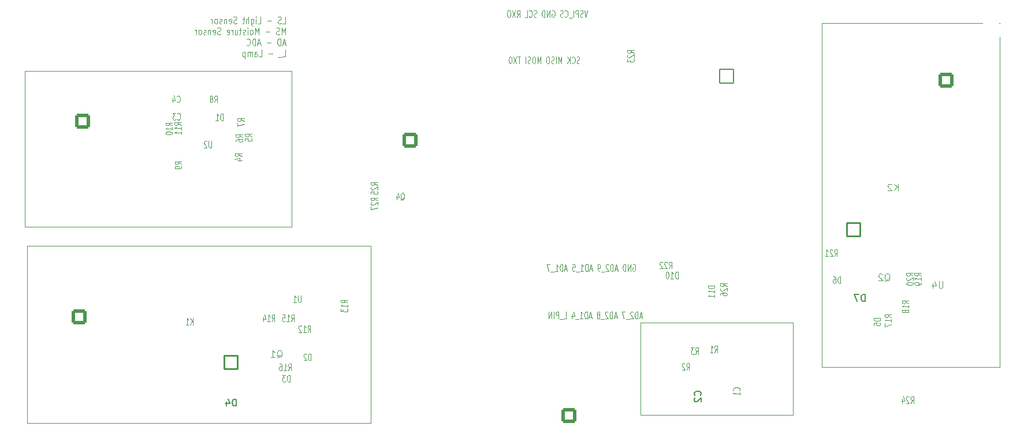
<source format=gbr>
%TF.GenerationSoftware,KiCad,Pcbnew,9.0.7-9.0.7~ubuntu24.04.1*%
%TF.CreationDate,2026-02-20T15:38:25-05:00*%
%TF.ProjectId,plantPartner_PCB1.0,706c616e-7450-4617-9274-6e65725f5043,rev?*%
%TF.SameCoordinates,Original*%
%TF.FileFunction,Legend,Bot*%
%TF.FilePolarity,Positive*%
%FSLAX46Y46*%
G04 Gerber Fmt 4.6, Leading zero omitted, Abs format (unit mm)*
G04 Created by KiCad (PCBNEW 9.0.7-9.0.7~ubuntu24.04.1) date 2026-02-20 15:38:25*
%MOMM*%
%LPD*%
G01*
G04 APERTURE LIST*
G04 Aperture macros list*
%AMRoundRect*
0 Rectangle with rounded corners*
0 $1 Rounding radius*
0 $2 $3 $4 $5 $6 $7 $8 $9 X,Y pos of 4 corners*
0 Add a 4 corners polygon primitive as box body*
4,1,4,$2,$3,$4,$5,$6,$7,$8,$9,$2,$3,0*
0 Add four circle primitives for the rounded corners*
1,1,$1+$1,$2,$3*
1,1,$1+$1,$4,$5*
1,1,$1+$1,$6,$7*
1,1,$1+$1,$8,$9*
0 Add four rect primitives between the rounded corners*
20,1,$1+$1,$2,$3,$4,$5,0*
20,1,$1+$1,$4,$5,$6,$7,0*
20,1,$1+$1,$6,$7,$8,$9,0*
20,1,$1+$1,$8,$9,$2,$3,0*%
G04 Aperture macros list end*
%ADD10C,0.100000*%
%ADD11C,0.087500*%
%ADD12C,0.150000*%
%ADD13R,1.700000X1.700000*%
%ADD14C,1.700000*%
%ADD15C,3.200000*%
%ADD16RoundRect,0.249999X-0.850001X0.850001X-0.850001X-0.850001X0.850001X-0.850001X0.850001X0.850001X0*%
%ADD17C,2.200000*%
%ADD18RoundRect,0.102000X0.990000X-0.990000X0.990000X0.990000X-0.990000X0.990000X-0.990000X-0.990000X0*%
%ADD19C,2.184000*%
%ADD20C,2.139000*%
%ADD21C,1.100000*%
%ADD22RoundRect,0.249999X-0.850001X-0.850001X0.850001X-0.850001X0.850001X0.850001X-0.850001X0.850001X0*%
%ADD23C,3.000000*%
%ADD24RoundRect,0.102000X-1.000000X1.000000X-1.000000X-1.000000X1.000000X-1.000000X1.000000X1.000000X0*%
%ADD25C,2.204000*%
%ADD26RoundRect,0.102000X0.990000X0.990000X-0.990000X0.990000X-0.990000X-0.990000X0.990000X-0.990000X0*%
%ADD27R,1.300000X1.300000*%
%ADD28C,1.300000*%
%ADD29RoundRect,0.249999X0.850001X0.850001X-0.850001X0.850001X-0.850001X-0.850001X0.850001X-0.850001X0*%
%ADD30R,4.600000X2.000000*%
%ADD31O,4.200000X2.000000*%
%ADD32O,2.000000X4.200000*%
G04 APERTURE END LIST*
D10*
X82215000Y-63100000D02*
X121315000Y-63100000D01*
X121315000Y-85900000D01*
X82215000Y-85900000D01*
X82215000Y-63100000D01*
X172460000Y-99950000D02*
X194860000Y-99950000D01*
X194860000Y-113550000D01*
X172460000Y-113550000D01*
X172460000Y-99950000D01*
X199110000Y-56060000D02*
X225110000Y-56060000D01*
X225110000Y-106460000D01*
X199110000Y-106460000D01*
X199110000Y-56060000D01*
X82565000Y-88750000D02*
X132965000Y-88750000D01*
X132965000Y-114750000D01*
X82565000Y-114750000D01*
X82565000Y-88750000D01*
X216796115Y-93922419D02*
X216796115Y-94731942D01*
X216796115Y-94731942D02*
X216748496Y-94827180D01*
X216748496Y-94827180D02*
X216700877Y-94874800D01*
X216700877Y-94874800D02*
X216605639Y-94922419D01*
X216605639Y-94922419D02*
X216415163Y-94922419D01*
X216415163Y-94922419D02*
X216319925Y-94874800D01*
X216319925Y-94874800D02*
X216272306Y-94827180D01*
X216272306Y-94827180D02*
X216224687Y-94731942D01*
X216224687Y-94731942D02*
X216224687Y-93922419D01*
X215319925Y-94255752D02*
X215319925Y-94922419D01*
X215558020Y-93874800D02*
X215796115Y-94589085D01*
X215796115Y-94589085D02*
X215177068Y-94589085D01*
X208289449Y-93917657D02*
X208384687Y-93870038D01*
X208384687Y-93870038D02*
X208479925Y-93774800D01*
X208479925Y-93774800D02*
X208622782Y-93631942D01*
X208622782Y-93631942D02*
X208718020Y-93584323D01*
X208718020Y-93584323D02*
X208813258Y-93584323D01*
X208765639Y-93822419D02*
X208860877Y-93774800D01*
X208860877Y-93774800D02*
X208956115Y-93679561D01*
X208956115Y-93679561D02*
X209003734Y-93489085D01*
X209003734Y-93489085D02*
X209003734Y-93155752D01*
X209003734Y-93155752D02*
X208956115Y-92965276D01*
X208956115Y-92965276D02*
X208860877Y-92870038D01*
X208860877Y-92870038D02*
X208765639Y-92822419D01*
X208765639Y-92822419D02*
X208575163Y-92822419D01*
X208575163Y-92822419D02*
X208479925Y-92870038D01*
X208479925Y-92870038D02*
X208384687Y-92965276D01*
X208384687Y-92965276D02*
X208337068Y-93155752D01*
X208337068Y-93155752D02*
X208337068Y-93489085D01*
X208337068Y-93489085D02*
X208384687Y-93679561D01*
X208384687Y-93679561D02*
X208479925Y-93774800D01*
X208479925Y-93774800D02*
X208575163Y-93822419D01*
X208575163Y-93822419D02*
X208765639Y-93822419D01*
X207956115Y-92917657D02*
X207908496Y-92870038D01*
X207908496Y-92870038D02*
X207813258Y-92822419D01*
X207813258Y-92822419D02*
X207575163Y-92822419D01*
X207575163Y-92822419D02*
X207479925Y-92870038D01*
X207479925Y-92870038D02*
X207432306Y-92917657D01*
X207432306Y-92917657D02*
X207384687Y-93012895D01*
X207384687Y-93012895D02*
X207384687Y-93108133D01*
X207384687Y-93108133D02*
X207432306Y-93250990D01*
X207432306Y-93250990D02*
X208003734Y-93822419D01*
X208003734Y-93822419D02*
X207384687Y-93822419D01*
D11*
X172699101Y-99107354D02*
X172365768Y-99107354D01*
X172765768Y-99393069D02*
X172532435Y-98393069D01*
X172532435Y-98393069D02*
X172299101Y-99393069D01*
X172065768Y-99393069D02*
X172065768Y-98393069D01*
X172065768Y-98393069D02*
X171899101Y-98393069D01*
X171899101Y-98393069D02*
X171799101Y-98440688D01*
X171799101Y-98440688D02*
X171732435Y-98535926D01*
X171732435Y-98535926D02*
X171699101Y-98631164D01*
X171699101Y-98631164D02*
X171665768Y-98821640D01*
X171665768Y-98821640D02*
X171665768Y-98964497D01*
X171665768Y-98964497D02*
X171699101Y-99154973D01*
X171699101Y-99154973D02*
X171732435Y-99250211D01*
X171732435Y-99250211D02*
X171799101Y-99345450D01*
X171799101Y-99345450D02*
X171899101Y-99393069D01*
X171899101Y-99393069D02*
X172065768Y-99393069D01*
X171399101Y-98488307D02*
X171365768Y-98440688D01*
X171365768Y-98440688D02*
X171299101Y-98393069D01*
X171299101Y-98393069D02*
X171132435Y-98393069D01*
X171132435Y-98393069D02*
X171065768Y-98440688D01*
X171065768Y-98440688D02*
X171032435Y-98488307D01*
X171032435Y-98488307D02*
X170999101Y-98583545D01*
X170999101Y-98583545D02*
X170999101Y-98678783D01*
X170999101Y-98678783D02*
X171032435Y-98821640D01*
X171032435Y-98821640D02*
X171432435Y-99393069D01*
X171432435Y-99393069D02*
X170999101Y-99393069D01*
X170865768Y-99488307D02*
X170332434Y-99488307D01*
X170232435Y-98393069D02*
X169765768Y-98393069D01*
X169765768Y-98393069D02*
X170065768Y-99393069D01*
X168999101Y-99107354D02*
X168665768Y-99107354D01*
X169065768Y-99393069D02*
X168832435Y-98393069D01*
X168832435Y-98393069D02*
X168599101Y-99393069D01*
X168365768Y-99393069D02*
X168365768Y-98393069D01*
X168365768Y-98393069D02*
X168199101Y-98393069D01*
X168199101Y-98393069D02*
X168099101Y-98440688D01*
X168099101Y-98440688D02*
X168032435Y-98535926D01*
X168032435Y-98535926D02*
X167999101Y-98631164D01*
X167999101Y-98631164D02*
X167965768Y-98821640D01*
X167965768Y-98821640D02*
X167965768Y-98964497D01*
X167965768Y-98964497D02*
X167999101Y-99154973D01*
X167999101Y-99154973D02*
X168032435Y-99250211D01*
X168032435Y-99250211D02*
X168099101Y-99345450D01*
X168099101Y-99345450D02*
X168199101Y-99393069D01*
X168199101Y-99393069D02*
X168365768Y-99393069D01*
X167699101Y-98488307D02*
X167665768Y-98440688D01*
X167665768Y-98440688D02*
X167599101Y-98393069D01*
X167599101Y-98393069D02*
X167432435Y-98393069D01*
X167432435Y-98393069D02*
X167365768Y-98440688D01*
X167365768Y-98440688D02*
X167332435Y-98488307D01*
X167332435Y-98488307D02*
X167299101Y-98583545D01*
X167299101Y-98583545D02*
X167299101Y-98678783D01*
X167299101Y-98678783D02*
X167332435Y-98821640D01*
X167332435Y-98821640D02*
X167732435Y-99393069D01*
X167732435Y-99393069D02*
X167299101Y-99393069D01*
X167165768Y-99488307D02*
X166632434Y-99488307D01*
X166365768Y-98821640D02*
X166432435Y-98774021D01*
X166432435Y-98774021D02*
X166465768Y-98726402D01*
X166465768Y-98726402D02*
X166499101Y-98631164D01*
X166499101Y-98631164D02*
X166499101Y-98583545D01*
X166499101Y-98583545D02*
X166465768Y-98488307D01*
X166465768Y-98488307D02*
X166432435Y-98440688D01*
X166432435Y-98440688D02*
X166365768Y-98393069D01*
X166365768Y-98393069D02*
X166232435Y-98393069D01*
X166232435Y-98393069D02*
X166165768Y-98440688D01*
X166165768Y-98440688D02*
X166132435Y-98488307D01*
X166132435Y-98488307D02*
X166099101Y-98583545D01*
X166099101Y-98583545D02*
X166099101Y-98631164D01*
X166099101Y-98631164D02*
X166132435Y-98726402D01*
X166132435Y-98726402D02*
X166165768Y-98774021D01*
X166165768Y-98774021D02*
X166232435Y-98821640D01*
X166232435Y-98821640D02*
X166365768Y-98821640D01*
X166365768Y-98821640D02*
X166432435Y-98869259D01*
X166432435Y-98869259D02*
X166465768Y-98916878D01*
X166465768Y-98916878D02*
X166499101Y-99012116D01*
X166499101Y-99012116D02*
X166499101Y-99202592D01*
X166499101Y-99202592D02*
X166465768Y-99297830D01*
X166465768Y-99297830D02*
X166432435Y-99345450D01*
X166432435Y-99345450D02*
X166365768Y-99393069D01*
X166365768Y-99393069D02*
X166232435Y-99393069D01*
X166232435Y-99393069D02*
X166165768Y-99345450D01*
X166165768Y-99345450D02*
X166132435Y-99297830D01*
X166132435Y-99297830D02*
X166099101Y-99202592D01*
X166099101Y-99202592D02*
X166099101Y-99012116D01*
X166099101Y-99012116D02*
X166132435Y-98916878D01*
X166132435Y-98916878D02*
X166165768Y-98869259D01*
X166165768Y-98869259D02*
X166232435Y-98821640D01*
X165299101Y-99107354D02*
X164965768Y-99107354D01*
X165365768Y-99393069D02*
X165132435Y-98393069D01*
X165132435Y-98393069D02*
X164899101Y-99393069D01*
X164665768Y-99393069D02*
X164665768Y-98393069D01*
X164665768Y-98393069D02*
X164499101Y-98393069D01*
X164499101Y-98393069D02*
X164399101Y-98440688D01*
X164399101Y-98440688D02*
X164332435Y-98535926D01*
X164332435Y-98535926D02*
X164299101Y-98631164D01*
X164299101Y-98631164D02*
X164265768Y-98821640D01*
X164265768Y-98821640D02*
X164265768Y-98964497D01*
X164265768Y-98964497D02*
X164299101Y-99154973D01*
X164299101Y-99154973D02*
X164332435Y-99250211D01*
X164332435Y-99250211D02*
X164399101Y-99345450D01*
X164399101Y-99345450D02*
X164499101Y-99393069D01*
X164499101Y-99393069D02*
X164665768Y-99393069D01*
X163599101Y-99393069D02*
X163999101Y-99393069D01*
X163799101Y-99393069D02*
X163799101Y-98393069D01*
X163799101Y-98393069D02*
X163865768Y-98535926D01*
X163865768Y-98535926D02*
X163932435Y-98631164D01*
X163932435Y-98631164D02*
X163999101Y-98678783D01*
X163465768Y-99488307D02*
X162932434Y-99488307D01*
X162465768Y-98726402D02*
X162465768Y-99393069D01*
X162632435Y-98345450D02*
X162799101Y-99059735D01*
X162799101Y-99059735D02*
X162365768Y-99059735D01*
X161232435Y-99393069D02*
X161565768Y-99393069D01*
X161565768Y-99393069D02*
X161565768Y-98393069D01*
X161165768Y-99488307D02*
X160632434Y-99488307D01*
X160465768Y-99393069D02*
X160465768Y-98393069D01*
X160465768Y-98393069D02*
X160199101Y-98393069D01*
X160199101Y-98393069D02*
X160132435Y-98440688D01*
X160132435Y-98440688D02*
X160099101Y-98488307D01*
X160099101Y-98488307D02*
X160065768Y-98583545D01*
X160065768Y-98583545D02*
X160065768Y-98726402D01*
X160065768Y-98726402D02*
X160099101Y-98821640D01*
X160099101Y-98821640D02*
X160132435Y-98869259D01*
X160132435Y-98869259D02*
X160199101Y-98916878D01*
X160199101Y-98916878D02*
X160465768Y-98916878D01*
X159765768Y-99393069D02*
X159765768Y-98393069D01*
X159432435Y-99393069D02*
X159432435Y-98393069D01*
X159432435Y-98393069D02*
X159032435Y-99393069D01*
X159032435Y-99393069D02*
X159032435Y-98393069D01*
X104585768Y-70127830D02*
X104619101Y-70175450D01*
X104619101Y-70175450D02*
X104719101Y-70223069D01*
X104719101Y-70223069D02*
X104785768Y-70223069D01*
X104785768Y-70223069D02*
X104885768Y-70175450D01*
X104885768Y-70175450D02*
X104952435Y-70080211D01*
X104952435Y-70080211D02*
X104985768Y-69984973D01*
X104985768Y-69984973D02*
X105019101Y-69794497D01*
X105019101Y-69794497D02*
X105019101Y-69651640D01*
X105019101Y-69651640D02*
X104985768Y-69461164D01*
X104985768Y-69461164D02*
X104952435Y-69365926D01*
X104952435Y-69365926D02*
X104885768Y-69270688D01*
X104885768Y-69270688D02*
X104785768Y-69223069D01*
X104785768Y-69223069D02*
X104719101Y-69223069D01*
X104719101Y-69223069D02*
X104619101Y-69270688D01*
X104619101Y-69270688D02*
X104585768Y-69318307D01*
X104352435Y-69223069D02*
X103919101Y-69223069D01*
X103919101Y-69223069D02*
X104152435Y-69604021D01*
X104152435Y-69604021D02*
X104052435Y-69604021D01*
X104052435Y-69604021D02*
X103985768Y-69651640D01*
X103985768Y-69651640D02*
X103952435Y-69699259D01*
X103952435Y-69699259D02*
X103919101Y-69794497D01*
X103919101Y-69794497D02*
X103919101Y-70032592D01*
X103919101Y-70032592D02*
X103952435Y-70127830D01*
X103952435Y-70127830D02*
X103985768Y-70175450D01*
X103985768Y-70175450D02*
X104052435Y-70223069D01*
X104052435Y-70223069D02*
X104252435Y-70223069D01*
X104252435Y-70223069D02*
X104319101Y-70175450D01*
X104319101Y-70175450D02*
X104352435Y-70127830D01*
X110035768Y-67673069D02*
X110269101Y-67196878D01*
X110435768Y-67673069D02*
X110435768Y-66673069D01*
X110435768Y-66673069D02*
X110169101Y-66673069D01*
X110169101Y-66673069D02*
X110102435Y-66720688D01*
X110102435Y-66720688D02*
X110069101Y-66768307D01*
X110069101Y-66768307D02*
X110035768Y-66863545D01*
X110035768Y-66863545D02*
X110035768Y-67006402D01*
X110035768Y-67006402D02*
X110069101Y-67101640D01*
X110069101Y-67101640D02*
X110102435Y-67149259D01*
X110102435Y-67149259D02*
X110169101Y-67196878D01*
X110169101Y-67196878D02*
X110435768Y-67196878D01*
X109635768Y-67101640D02*
X109702435Y-67054021D01*
X109702435Y-67054021D02*
X109735768Y-67006402D01*
X109735768Y-67006402D02*
X109769101Y-66911164D01*
X109769101Y-66911164D02*
X109769101Y-66863545D01*
X109769101Y-66863545D02*
X109735768Y-66768307D01*
X109735768Y-66768307D02*
X109702435Y-66720688D01*
X109702435Y-66720688D02*
X109635768Y-66673069D01*
X109635768Y-66673069D02*
X109502435Y-66673069D01*
X109502435Y-66673069D02*
X109435768Y-66720688D01*
X109435768Y-66720688D02*
X109402435Y-66768307D01*
X109402435Y-66768307D02*
X109369101Y-66863545D01*
X109369101Y-66863545D02*
X109369101Y-66911164D01*
X109369101Y-66911164D02*
X109402435Y-67006402D01*
X109402435Y-67006402D02*
X109435768Y-67054021D01*
X109435768Y-67054021D02*
X109502435Y-67101640D01*
X109502435Y-67101640D02*
X109635768Y-67101640D01*
X109635768Y-67101640D02*
X109702435Y-67149259D01*
X109702435Y-67149259D02*
X109735768Y-67196878D01*
X109735768Y-67196878D02*
X109769101Y-67292116D01*
X109769101Y-67292116D02*
X109769101Y-67482592D01*
X109769101Y-67482592D02*
X109735768Y-67577830D01*
X109735768Y-67577830D02*
X109702435Y-67625450D01*
X109702435Y-67625450D02*
X109635768Y-67673069D01*
X109635768Y-67673069D02*
X109502435Y-67673069D01*
X109502435Y-67673069D02*
X109435768Y-67625450D01*
X109435768Y-67625450D02*
X109402435Y-67577830D01*
X109402435Y-67577830D02*
X109369101Y-67482592D01*
X109369101Y-67482592D02*
X109369101Y-67292116D01*
X109369101Y-67292116D02*
X109402435Y-67196878D01*
X109402435Y-67196878D02*
X109435768Y-67149259D01*
X109435768Y-67149259D02*
X109502435Y-67101640D01*
D10*
X119189449Y-105117657D02*
X119284687Y-105070038D01*
X119284687Y-105070038D02*
X119379925Y-104974800D01*
X119379925Y-104974800D02*
X119522782Y-104831942D01*
X119522782Y-104831942D02*
X119618020Y-104784323D01*
X119618020Y-104784323D02*
X119713258Y-104784323D01*
X119665639Y-105022419D02*
X119760877Y-104974800D01*
X119760877Y-104974800D02*
X119856115Y-104879561D01*
X119856115Y-104879561D02*
X119903734Y-104689085D01*
X119903734Y-104689085D02*
X119903734Y-104355752D01*
X119903734Y-104355752D02*
X119856115Y-104165276D01*
X119856115Y-104165276D02*
X119760877Y-104070038D01*
X119760877Y-104070038D02*
X119665639Y-104022419D01*
X119665639Y-104022419D02*
X119475163Y-104022419D01*
X119475163Y-104022419D02*
X119379925Y-104070038D01*
X119379925Y-104070038D02*
X119284687Y-104165276D01*
X119284687Y-104165276D02*
X119237068Y-104355752D01*
X119237068Y-104355752D02*
X119237068Y-104689085D01*
X119237068Y-104689085D02*
X119284687Y-104879561D01*
X119284687Y-104879561D02*
X119379925Y-104974800D01*
X119379925Y-104974800D02*
X119475163Y-105022419D01*
X119475163Y-105022419D02*
X119665639Y-105022419D01*
X118284687Y-105022419D02*
X118856115Y-105022419D01*
X118570401Y-105022419D02*
X118570401Y-104022419D01*
X118570401Y-104022419D02*
X118665639Y-104165276D01*
X118665639Y-104165276D02*
X118760877Y-104260514D01*
X118760877Y-104260514D02*
X118856115Y-104308133D01*
D11*
X133968069Y-79799999D02*
X133491878Y-79566666D01*
X133968069Y-79399999D02*
X132968069Y-79399999D01*
X132968069Y-79399999D02*
X132968069Y-79666666D01*
X132968069Y-79666666D02*
X133015688Y-79733333D01*
X133015688Y-79733333D02*
X133063307Y-79766666D01*
X133063307Y-79766666D02*
X133158545Y-79799999D01*
X133158545Y-79799999D02*
X133301402Y-79799999D01*
X133301402Y-79799999D02*
X133396640Y-79766666D01*
X133396640Y-79766666D02*
X133444259Y-79733333D01*
X133444259Y-79733333D02*
X133491878Y-79666666D01*
X133491878Y-79666666D02*
X133491878Y-79399999D01*
X133063307Y-80066666D02*
X133015688Y-80099999D01*
X133015688Y-80099999D02*
X132968069Y-80166666D01*
X132968069Y-80166666D02*
X132968069Y-80333333D01*
X132968069Y-80333333D02*
X133015688Y-80399999D01*
X133015688Y-80399999D02*
X133063307Y-80433333D01*
X133063307Y-80433333D02*
X133158545Y-80466666D01*
X133158545Y-80466666D02*
X133253783Y-80466666D01*
X133253783Y-80466666D02*
X133396640Y-80433333D01*
X133396640Y-80433333D02*
X133968069Y-80033333D01*
X133968069Y-80033333D02*
X133968069Y-80466666D01*
X132968069Y-81100000D02*
X132968069Y-80766666D01*
X132968069Y-80766666D02*
X133444259Y-80733333D01*
X133444259Y-80733333D02*
X133396640Y-80766666D01*
X133396640Y-80766666D02*
X133349021Y-80833333D01*
X133349021Y-80833333D02*
X133349021Y-81000000D01*
X133349021Y-81000000D02*
X133396640Y-81066666D01*
X133396640Y-81066666D02*
X133444259Y-81100000D01*
X133444259Y-81100000D02*
X133539497Y-81133333D01*
X133539497Y-81133333D02*
X133777592Y-81133333D01*
X133777592Y-81133333D02*
X133872830Y-81100000D01*
X133872830Y-81100000D02*
X133920450Y-81066666D01*
X133920450Y-81066666D02*
X133968069Y-81000000D01*
X133968069Y-81000000D02*
X133968069Y-80833333D01*
X133968069Y-80833333D02*
X133920450Y-80766666D01*
X133920450Y-80766666D02*
X133872830Y-80733333D01*
X115523069Y-72674231D02*
X115046878Y-72440898D01*
X115523069Y-72274231D02*
X114523069Y-72274231D01*
X114523069Y-72274231D02*
X114523069Y-72540898D01*
X114523069Y-72540898D02*
X114570688Y-72607565D01*
X114570688Y-72607565D02*
X114618307Y-72640898D01*
X114618307Y-72640898D02*
X114713545Y-72674231D01*
X114713545Y-72674231D02*
X114856402Y-72674231D01*
X114856402Y-72674231D02*
X114951640Y-72640898D01*
X114951640Y-72640898D02*
X114999259Y-72607565D01*
X114999259Y-72607565D02*
X115046878Y-72540898D01*
X115046878Y-72540898D02*
X115046878Y-72274231D01*
X114523069Y-73307565D02*
X114523069Y-72974231D01*
X114523069Y-72974231D02*
X114999259Y-72940898D01*
X114999259Y-72940898D02*
X114951640Y-72974231D01*
X114951640Y-72974231D02*
X114904021Y-73040898D01*
X114904021Y-73040898D02*
X114904021Y-73207565D01*
X114904021Y-73207565D02*
X114951640Y-73274231D01*
X114951640Y-73274231D02*
X114999259Y-73307565D01*
X114999259Y-73307565D02*
X115094497Y-73340898D01*
X115094497Y-73340898D02*
X115332592Y-73340898D01*
X115332592Y-73340898D02*
X115427830Y-73307565D01*
X115427830Y-73307565D02*
X115475450Y-73274231D01*
X115475450Y-73274231D02*
X115523069Y-73207565D01*
X115523069Y-73207565D02*
X115523069Y-73040898D01*
X115523069Y-73040898D02*
X115475450Y-72974231D01*
X115475450Y-72974231D02*
X115427830Y-72940898D01*
X163549101Y-61915450D02*
X163449101Y-61963069D01*
X163449101Y-61963069D02*
X163282435Y-61963069D01*
X163282435Y-61963069D02*
X163215768Y-61915450D01*
X163215768Y-61915450D02*
X163182435Y-61867830D01*
X163182435Y-61867830D02*
X163149101Y-61772592D01*
X163149101Y-61772592D02*
X163149101Y-61677354D01*
X163149101Y-61677354D02*
X163182435Y-61582116D01*
X163182435Y-61582116D02*
X163215768Y-61534497D01*
X163215768Y-61534497D02*
X163282435Y-61486878D01*
X163282435Y-61486878D02*
X163415768Y-61439259D01*
X163415768Y-61439259D02*
X163482435Y-61391640D01*
X163482435Y-61391640D02*
X163515768Y-61344021D01*
X163515768Y-61344021D02*
X163549101Y-61248783D01*
X163549101Y-61248783D02*
X163549101Y-61153545D01*
X163549101Y-61153545D02*
X163515768Y-61058307D01*
X163515768Y-61058307D02*
X163482435Y-61010688D01*
X163482435Y-61010688D02*
X163415768Y-60963069D01*
X163415768Y-60963069D02*
X163249101Y-60963069D01*
X163249101Y-60963069D02*
X163149101Y-61010688D01*
X162449101Y-61867830D02*
X162482434Y-61915450D01*
X162482434Y-61915450D02*
X162582434Y-61963069D01*
X162582434Y-61963069D02*
X162649101Y-61963069D01*
X162649101Y-61963069D02*
X162749101Y-61915450D01*
X162749101Y-61915450D02*
X162815768Y-61820211D01*
X162815768Y-61820211D02*
X162849101Y-61724973D01*
X162849101Y-61724973D02*
X162882434Y-61534497D01*
X162882434Y-61534497D02*
X162882434Y-61391640D01*
X162882434Y-61391640D02*
X162849101Y-61201164D01*
X162849101Y-61201164D02*
X162815768Y-61105926D01*
X162815768Y-61105926D02*
X162749101Y-61010688D01*
X162749101Y-61010688D02*
X162649101Y-60963069D01*
X162649101Y-60963069D02*
X162582434Y-60963069D01*
X162582434Y-60963069D02*
X162482434Y-61010688D01*
X162482434Y-61010688D02*
X162449101Y-61058307D01*
X162149101Y-61963069D02*
X162149101Y-60963069D01*
X161749101Y-61963069D02*
X162049101Y-61391640D01*
X161749101Y-60963069D02*
X162149101Y-61534497D01*
X160915768Y-61963069D02*
X160915768Y-60963069D01*
X160915768Y-60963069D02*
X160682435Y-61677354D01*
X160682435Y-61677354D02*
X160449101Y-60963069D01*
X160449101Y-60963069D02*
X160449101Y-61963069D01*
X160115768Y-61963069D02*
X160115768Y-60963069D01*
X159815768Y-61915450D02*
X159715768Y-61963069D01*
X159715768Y-61963069D02*
X159549102Y-61963069D01*
X159549102Y-61963069D02*
X159482435Y-61915450D01*
X159482435Y-61915450D02*
X159449102Y-61867830D01*
X159449102Y-61867830D02*
X159415768Y-61772592D01*
X159415768Y-61772592D02*
X159415768Y-61677354D01*
X159415768Y-61677354D02*
X159449102Y-61582116D01*
X159449102Y-61582116D02*
X159482435Y-61534497D01*
X159482435Y-61534497D02*
X159549102Y-61486878D01*
X159549102Y-61486878D02*
X159682435Y-61439259D01*
X159682435Y-61439259D02*
X159749102Y-61391640D01*
X159749102Y-61391640D02*
X159782435Y-61344021D01*
X159782435Y-61344021D02*
X159815768Y-61248783D01*
X159815768Y-61248783D02*
X159815768Y-61153545D01*
X159815768Y-61153545D02*
X159782435Y-61058307D01*
X159782435Y-61058307D02*
X159749102Y-61010688D01*
X159749102Y-61010688D02*
X159682435Y-60963069D01*
X159682435Y-60963069D02*
X159515768Y-60963069D01*
X159515768Y-60963069D02*
X159415768Y-61010688D01*
X158982435Y-60963069D02*
X158849101Y-60963069D01*
X158849101Y-60963069D02*
X158782435Y-61010688D01*
X158782435Y-61010688D02*
X158715768Y-61105926D01*
X158715768Y-61105926D02*
X158682435Y-61296402D01*
X158682435Y-61296402D02*
X158682435Y-61629735D01*
X158682435Y-61629735D02*
X158715768Y-61820211D01*
X158715768Y-61820211D02*
X158782435Y-61915450D01*
X158782435Y-61915450D02*
X158849101Y-61963069D01*
X158849101Y-61963069D02*
X158982435Y-61963069D01*
X158982435Y-61963069D02*
X159049101Y-61915450D01*
X159049101Y-61915450D02*
X159115768Y-61820211D01*
X159115768Y-61820211D02*
X159149101Y-61629735D01*
X159149101Y-61629735D02*
X159149101Y-61296402D01*
X159149101Y-61296402D02*
X159115768Y-61105926D01*
X159115768Y-61105926D02*
X159049101Y-61010688D01*
X159049101Y-61010688D02*
X158982435Y-60963069D01*
X157849102Y-61963069D02*
X157849102Y-60963069D01*
X157849102Y-60963069D02*
X157615769Y-61677354D01*
X157615769Y-61677354D02*
X157382435Y-60963069D01*
X157382435Y-60963069D02*
X157382435Y-61963069D01*
X156915769Y-60963069D02*
X156782435Y-60963069D01*
X156782435Y-60963069D02*
X156715769Y-61010688D01*
X156715769Y-61010688D02*
X156649102Y-61105926D01*
X156649102Y-61105926D02*
X156615769Y-61296402D01*
X156615769Y-61296402D02*
X156615769Y-61629735D01*
X156615769Y-61629735D02*
X156649102Y-61820211D01*
X156649102Y-61820211D02*
X156715769Y-61915450D01*
X156715769Y-61915450D02*
X156782435Y-61963069D01*
X156782435Y-61963069D02*
X156915769Y-61963069D01*
X156915769Y-61963069D02*
X156982435Y-61915450D01*
X156982435Y-61915450D02*
X157049102Y-61820211D01*
X157049102Y-61820211D02*
X157082435Y-61629735D01*
X157082435Y-61629735D02*
X157082435Y-61296402D01*
X157082435Y-61296402D02*
X157049102Y-61105926D01*
X157049102Y-61105926D02*
X156982435Y-61010688D01*
X156982435Y-61010688D02*
X156915769Y-60963069D01*
X156349102Y-61915450D02*
X156249102Y-61963069D01*
X156249102Y-61963069D02*
X156082436Y-61963069D01*
X156082436Y-61963069D02*
X156015769Y-61915450D01*
X156015769Y-61915450D02*
X155982436Y-61867830D01*
X155982436Y-61867830D02*
X155949102Y-61772592D01*
X155949102Y-61772592D02*
X155949102Y-61677354D01*
X155949102Y-61677354D02*
X155982436Y-61582116D01*
X155982436Y-61582116D02*
X156015769Y-61534497D01*
X156015769Y-61534497D02*
X156082436Y-61486878D01*
X156082436Y-61486878D02*
X156215769Y-61439259D01*
X156215769Y-61439259D02*
X156282436Y-61391640D01*
X156282436Y-61391640D02*
X156315769Y-61344021D01*
X156315769Y-61344021D02*
X156349102Y-61248783D01*
X156349102Y-61248783D02*
X156349102Y-61153545D01*
X156349102Y-61153545D02*
X156315769Y-61058307D01*
X156315769Y-61058307D02*
X156282436Y-61010688D01*
X156282436Y-61010688D02*
X156215769Y-60963069D01*
X156215769Y-60963069D02*
X156049102Y-60963069D01*
X156049102Y-60963069D02*
X155949102Y-61010688D01*
X155649102Y-61963069D02*
X155649102Y-60963069D01*
X154882436Y-60963069D02*
X154482436Y-60963069D01*
X154682436Y-61963069D02*
X154682436Y-60963069D01*
X154315770Y-60963069D02*
X153849103Y-61963069D01*
X153849103Y-60963069D02*
X154315770Y-61963069D01*
X153449103Y-60963069D02*
X153382436Y-60963069D01*
X153382436Y-60963069D02*
X153315769Y-61010688D01*
X153315769Y-61010688D02*
X153282436Y-61058307D01*
X153282436Y-61058307D02*
X153249103Y-61153545D01*
X153249103Y-61153545D02*
X153215769Y-61344021D01*
X153215769Y-61344021D02*
X153215769Y-61582116D01*
X153215769Y-61582116D02*
X153249103Y-61772592D01*
X153249103Y-61772592D02*
X153282436Y-61867830D01*
X153282436Y-61867830D02*
X153315769Y-61915450D01*
X153315769Y-61915450D02*
X153382436Y-61963069D01*
X153382436Y-61963069D02*
X153449103Y-61963069D01*
X153449103Y-61963069D02*
X153515769Y-61915450D01*
X153515769Y-61915450D02*
X153549103Y-61867830D01*
X153549103Y-61867830D02*
X153582436Y-61772592D01*
X153582436Y-61772592D02*
X153615769Y-61582116D01*
X153615769Y-61582116D02*
X153615769Y-61344021D01*
X153615769Y-61344021D02*
X153582436Y-61153545D01*
X153582436Y-61153545D02*
X153549103Y-61058307D01*
X153549103Y-61058307D02*
X153515769Y-61010688D01*
X153515769Y-61010688D02*
X153449103Y-60963069D01*
X164715768Y-54153069D02*
X164482435Y-55153069D01*
X164482435Y-55153069D02*
X164249101Y-54153069D01*
X164049101Y-55105450D02*
X163949101Y-55153069D01*
X163949101Y-55153069D02*
X163782435Y-55153069D01*
X163782435Y-55153069D02*
X163715768Y-55105450D01*
X163715768Y-55105450D02*
X163682435Y-55057830D01*
X163682435Y-55057830D02*
X163649101Y-54962592D01*
X163649101Y-54962592D02*
X163649101Y-54867354D01*
X163649101Y-54867354D02*
X163682435Y-54772116D01*
X163682435Y-54772116D02*
X163715768Y-54724497D01*
X163715768Y-54724497D02*
X163782435Y-54676878D01*
X163782435Y-54676878D02*
X163915768Y-54629259D01*
X163915768Y-54629259D02*
X163982435Y-54581640D01*
X163982435Y-54581640D02*
X164015768Y-54534021D01*
X164015768Y-54534021D02*
X164049101Y-54438783D01*
X164049101Y-54438783D02*
X164049101Y-54343545D01*
X164049101Y-54343545D02*
X164015768Y-54248307D01*
X164015768Y-54248307D02*
X163982435Y-54200688D01*
X163982435Y-54200688D02*
X163915768Y-54153069D01*
X163915768Y-54153069D02*
X163749101Y-54153069D01*
X163749101Y-54153069D02*
X163649101Y-54200688D01*
X163349101Y-55153069D02*
X163349101Y-54153069D01*
X163349101Y-54153069D02*
X163082434Y-54153069D01*
X163082434Y-54153069D02*
X163015768Y-54200688D01*
X163015768Y-54200688D02*
X162982434Y-54248307D01*
X162982434Y-54248307D02*
X162949101Y-54343545D01*
X162949101Y-54343545D02*
X162949101Y-54486402D01*
X162949101Y-54486402D02*
X162982434Y-54581640D01*
X162982434Y-54581640D02*
X163015768Y-54629259D01*
X163015768Y-54629259D02*
X163082434Y-54676878D01*
X163082434Y-54676878D02*
X163349101Y-54676878D01*
X162649101Y-55153069D02*
X162649101Y-54153069D01*
X162482435Y-55248307D02*
X161949101Y-55248307D01*
X161382435Y-55057830D02*
X161415768Y-55105450D01*
X161415768Y-55105450D02*
X161515768Y-55153069D01*
X161515768Y-55153069D02*
X161582435Y-55153069D01*
X161582435Y-55153069D02*
X161682435Y-55105450D01*
X161682435Y-55105450D02*
X161749102Y-55010211D01*
X161749102Y-55010211D02*
X161782435Y-54914973D01*
X161782435Y-54914973D02*
X161815768Y-54724497D01*
X161815768Y-54724497D02*
X161815768Y-54581640D01*
X161815768Y-54581640D02*
X161782435Y-54391164D01*
X161782435Y-54391164D02*
X161749102Y-54295926D01*
X161749102Y-54295926D02*
X161682435Y-54200688D01*
X161682435Y-54200688D02*
X161582435Y-54153069D01*
X161582435Y-54153069D02*
X161515768Y-54153069D01*
X161515768Y-54153069D02*
X161415768Y-54200688D01*
X161415768Y-54200688D02*
X161382435Y-54248307D01*
X161115768Y-55105450D02*
X161015768Y-55153069D01*
X161015768Y-55153069D02*
X160849102Y-55153069D01*
X160849102Y-55153069D02*
X160782435Y-55105450D01*
X160782435Y-55105450D02*
X160749102Y-55057830D01*
X160749102Y-55057830D02*
X160715768Y-54962592D01*
X160715768Y-54962592D02*
X160715768Y-54867354D01*
X160715768Y-54867354D02*
X160749102Y-54772116D01*
X160749102Y-54772116D02*
X160782435Y-54724497D01*
X160782435Y-54724497D02*
X160849102Y-54676878D01*
X160849102Y-54676878D02*
X160982435Y-54629259D01*
X160982435Y-54629259D02*
X161049102Y-54581640D01*
X161049102Y-54581640D02*
X161082435Y-54534021D01*
X161082435Y-54534021D02*
X161115768Y-54438783D01*
X161115768Y-54438783D02*
X161115768Y-54343545D01*
X161115768Y-54343545D02*
X161082435Y-54248307D01*
X161082435Y-54248307D02*
X161049102Y-54200688D01*
X161049102Y-54200688D02*
X160982435Y-54153069D01*
X160982435Y-54153069D02*
X160815768Y-54153069D01*
X160815768Y-54153069D02*
X160715768Y-54200688D01*
X159515768Y-54200688D02*
X159582435Y-54153069D01*
X159582435Y-54153069D02*
X159682435Y-54153069D01*
X159682435Y-54153069D02*
X159782435Y-54200688D01*
X159782435Y-54200688D02*
X159849102Y-54295926D01*
X159849102Y-54295926D02*
X159882435Y-54391164D01*
X159882435Y-54391164D02*
X159915768Y-54581640D01*
X159915768Y-54581640D02*
X159915768Y-54724497D01*
X159915768Y-54724497D02*
X159882435Y-54914973D01*
X159882435Y-54914973D02*
X159849102Y-55010211D01*
X159849102Y-55010211D02*
X159782435Y-55105450D01*
X159782435Y-55105450D02*
X159682435Y-55153069D01*
X159682435Y-55153069D02*
X159615768Y-55153069D01*
X159615768Y-55153069D02*
X159515768Y-55105450D01*
X159515768Y-55105450D02*
X159482435Y-55057830D01*
X159482435Y-55057830D02*
X159482435Y-54724497D01*
X159482435Y-54724497D02*
X159615768Y-54724497D01*
X159182435Y-55153069D02*
X159182435Y-54153069D01*
X159182435Y-54153069D02*
X158782435Y-55153069D01*
X158782435Y-55153069D02*
X158782435Y-54153069D01*
X158449102Y-55153069D02*
X158449102Y-54153069D01*
X158449102Y-54153069D02*
X158282435Y-54153069D01*
X158282435Y-54153069D02*
X158182435Y-54200688D01*
X158182435Y-54200688D02*
X158115769Y-54295926D01*
X158115769Y-54295926D02*
X158082435Y-54391164D01*
X158082435Y-54391164D02*
X158049102Y-54581640D01*
X158049102Y-54581640D02*
X158049102Y-54724497D01*
X158049102Y-54724497D02*
X158082435Y-54914973D01*
X158082435Y-54914973D02*
X158115769Y-55010211D01*
X158115769Y-55010211D02*
X158182435Y-55105450D01*
X158182435Y-55105450D02*
X158282435Y-55153069D01*
X158282435Y-55153069D02*
X158449102Y-55153069D01*
X157249102Y-55105450D02*
X157149102Y-55153069D01*
X157149102Y-55153069D02*
X156982436Y-55153069D01*
X156982436Y-55153069D02*
X156915769Y-55105450D01*
X156915769Y-55105450D02*
X156882436Y-55057830D01*
X156882436Y-55057830D02*
X156849102Y-54962592D01*
X156849102Y-54962592D02*
X156849102Y-54867354D01*
X156849102Y-54867354D02*
X156882436Y-54772116D01*
X156882436Y-54772116D02*
X156915769Y-54724497D01*
X156915769Y-54724497D02*
X156982436Y-54676878D01*
X156982436Y-54676878D02*
X157115769Y-54629259D01*
X157115769Y-54629259D02*
X157182436Y-54581640D01*
X157182436Y-54581640D02*
X157215769Y-54534021D01*
X157215769Y-54534021D02*
X157249102Y-54438783D01*
X157249102Y-54438783D02*
X157249102Y-54343545D01*
X157249102Y-54343545D02*
X157215769Y-54248307D01*
X157215769Y-54248307D02*
X157182436Y-54200688D01*
X157182436Y-54200688D02*
X157115769Y-54153069D01*
X157115769Y-54153069D02*
X156949102Y-54153069D01*
X156949102Y-54153069D02*
X156849102Y-54200688D01*
X156149102Y-55057830D02*
X156182435Y-55105450D01*
X156182435Y-55105450D02*
X156282435Y-55153069D01*
X156282435Y-55153069D02*
X156349102Y-55153069D01*
X156349102Y-55153069D02*
X156449102Y-55105450D01*
X156449102Y-55105450D02*
X156515769Y-55010211D01*
X156515769Y-55010211D02*
X156549102Y-54914973D01*
X156549102Y-54914973D02*
X156582435Y-54724497D01*
X156582435Y-54724497D02*
X156582435Y-54581640D01*
X156582435Y-54581640D02*
X156549102Y-54391164D01*
X156549102Y-54391164D02*
X156515769Y-54295926D01*
X156515769Y-54295926D02*
X156449102Y-54200688D01*
X156449102Y-54200688D02*
X156349102Y-54153069D01*
X156349102Y-54153069D02*
X156282435Y-54153069D01*
X156282435Y-54153069D02*
X156182435Y-54200688D01*
X156182435Y-54200688D02*
X156149102Y-54248307D01*
X155515769Y-55153069D02*
X155849102Y-55153069D01*
X155849102Y-55153069D02*
X155849102Y-54153069D01*
X154349102Y-55153069D02*
X154582435Y-54676878D01*
X154749102Y-55153069D02*
X154749102Y-54153069D01*
X154749102Y-54153069D02*
X154482435Y-54153069D01*
X154482435Y-54153069D02*
X154415769Y-54200688D01*
X154415769Y-54200688D02*
X154382435Y-54248307D01*
X154382435Y-54248307D02*
X154349102Y-54343545D01*
X154349102Y-54343545D02*
X154349102Y-54486402D01*
X154349102Y-54486402D02*
X154382435Y-54581640D01*
X154382435Y-54581640D02*
X154415769Y-54629259D01*
X154415769Y-54629259D02*
X154482435Y-54676878D01*
X154482435Y-54676878D02*
X154749102Y-54676878D01*
X154115769Y-54153069D02*
X153649102Y-55153069D01*
X153649102Y-54153069D02*
X154115769Y-55153069D01*
X153249102Y-54153069D02*
X153115768Y-54153069D01*
X153115768Y-54153069D02*
X153049102Y-54200688D01*
X153049102Y-54200688D02*
X152982435Y-54295926D01*
X152982435Y-54295926D02*
X152949102Y-54486402D01*
X152949102Y-54486402D02*
X152949102Y-54819735D01*
X152949102Y-54819735D02*
X152982435Y-55010211D01*
X152982435Y-55010211D02*
X153049102Y-55105450D01*
X153049102Y-55105450D02*
X153115768Y-55153069D01*
X153115768Y-55153069D02*
X153249102Y-55153069D01*
X153249102Y-55153069D02*
X153315768Y-55105450D01*
X153315768Y-55105450D02*
X153382435Y-55010211D01*
X153382435Y-55010211D02*
X153415768Y-54819735D01*
X153415768Y-54819735D02*
X153415768Y-54486402D01*
X153415768Y-54486402D02*
X153382435Y-54295926D01*
X153382435Y-54295926D02*
X153315768Y-54200688D01*
X153315768Y-54200688D02*
X153249102Y-54153069D01*
X114373069Y-70424231D02*
X113896878Y-70190898D01*
X114373069Y-70024231D02*
X113373069Y-70024231D01*
X113373069Y-70024231D02*
X113373069Y-70290898D01*
X113373069Y-70290898D02*
X113420688Y-70357565D01*
X113420688Y-70357565D02*
X113468307Y-70390898D01*
X113468307Y-70390898D02*
X113563545Y-70424231D01*
X113563545Y-70424231D02*
X113706402Y-70424231D01*
X113706402Y-70424231D02*
X113801640Y-70390898D01*
X113801640Y-70390898D02*
X113849259Y-70357565D01*
X113849259Y-70357565D02*
X113896878Y-70290898D01*
X113896878Y-70290898D02*
X113896878Y-70024231D01*
X113373069Y-70657565D02*
X113373069Y-71124231D01*
X113373069Y-71124231D02*
X114373069Y-70824231D01*
X114033069Y-75574231D02*
X113556878Y-75340898D01*
X114033069Y-75174231D02*
X113033069Y-75174231D01*
X113033069Y-75174231D02*
X113033069Y-75440898D01*
X113033069Y-75440898D02*
X113080688Y-75507565D01*
X113080688Y-75507565D02*
X113128307Y-75540898D01*
X113128307Y-75540898D02*
X113223545Y-75574231D01*
X113223545Y-75574231D02*
X113366402Y-75574231D01*
X113366402Y-75574231D02*
X113461640Y-75540898D01*
X113461640Y-75540898D02*
X113509259Y-75507565D01*
X113509259Y-75507565D02*
X113556878Y-75440898D01*
X113556878Y-75440898D02*
X113556878Y-75174231D01*
X113366402Y-76174231D02*
X114033069Y-76174231D01*
X112985450Y-76007565D02*
X113699735Y-75840898D01*
X113699735Y-75840898D02*
X113699735Y-76274231D01*
D10*
X210256115Y-80622419D02*
X210256115Y-79622419D01*
X209684687Y-80622419D02*
X210113258Y-80050990D01*
X209684687Y-79622419D02*
X210256115Y-80193847D01*
X209303734Y-79717657D02*
X209256115Y-79670038D01*
X209256115Y-79670038D02*
X209160877Y-79622419D01*
X209160877Y-79622419D02*
X208922782Y-79622419D01*
X208922782Y-79622419D02*
X208827544Y-79670038D01*
X208827544Y-79670038D02*
X208779925Y-79717657D01*
X208779925Y-79717657D02*
X208732306Y-79812895D01*
X208732306Y-79812895D02*
X208732306Y-79908133D01*
X208732306Y-79908133D02*
X208779925Y-80050990D01*
X208779925Y-80050990D02*
X209351353Y-80622419D01*
X209351353Y-80622419D02*
X208732306Y-80622419D01*
X120022782Y-56092587D02*
X120403734Y-56092587D01*
X120403734Y-56092587D02*
X120403734Y-55092587D01*
X119794211Y-56044968D02*
X119679925Y-56092587D01*
X119679925Y-56092587D02*
X119489449Y-56092587D01*
X119489449Y-56092587D02*
X119413258Y-56044968D01*
X119413258Y-56044968D02*
X119375163Y-55997348D01*
X119375163Y-55997348D02*
X119337068Y-55902110D01*
X119337068Y-55902110D02*
X119337068Y-55806872D01*
X119337068Y-55806872D02*
X119375163Y-55711634D01*
X119375163Y-55711634D02*
X119413258Y-55664015D01*
X119413258Y-55664015D02*
X119489449Y-55616396D01*
X119489449Y-55616396D02*
X119641830Y-55568777D01*
X119641830Y-55568777D02*
X119718020Y-55521158D01*
X119718020Y-55521158D02*
X119756115Y-55473539D01*
X119756115Y-55473539D02*
X119794211Y-55378301D01*
X119794211Y-55378301D02*
X119794211Y-55283063D01*
X119794211Y-55283063D02*
X119756115Y-55187825D01*
X119756115Y-55187825D02*
X119718020Y-55140206D01*
X119718020Y-55140206D02*
X119641830Y-55092587D01*
X119641830Y-55092587D02*
X119451353Y-55092587D01*
X119451353Y-55092587D02*
X119337068Y-55140206D01*
X118384686Y-55711634D02*
X117775163Y-55711634D01*
X116403734Y-56092587D02*
X116784686Y-56092587D01*
X116784686Y-56092587D02*
X116784686Y-55092587D01*
X116137067Y-56092587D02*
X116137067Y-55425920D01*
X116137067Y-55092587D02*
X116175163Y-55140206D01*
X116175163Y-55140206D02*
X116137067Y-55187825D01*
X116137067Y-55187825D02*
X116098972Y-55140206D01*
X116098972Y-55140206D02*
X116137067Y-55092587D01*
X116137067Y-55092587D02*
X116137067Y-55187825D01*
X115413258Y-55425920D02*
X115413258Y-56235444D01*
X115413258Y-56235444D02*
X115451353Y-56330682D01*
X115451353Y-56330682D02*
X115489449Y-56378301D01*
X115489449Y-56378301D02*
X115565639Y-56425920D01*
X115565639Y-56425920D02*
X115679925Y-56425920D01*
X115679925Y-56425920D02*
X115756115Y-56378301D01*
X115413258Y-56044968D02*
X115489449Y-56092587D01*
X115489449Y-56092587D02*
X115641830Y-56092587D01*
X115641830Y-56092587D02*
X115718020Y-56044968D01*
X115718020Y-56044968D02*
X115756115Y-55997348D01*
X115756115Y-55997348D02*
X115794211Y-55902110D01*
X115794211Y-55902110D02*
X115794211Y-55616396D01*
X115794211Y-55616396D02*
X115756115Y-55521158D01*
X115756115Y-55521158D02*
X115718020Y-55473539D01*
X115718020Y-55473539D02*
X115641830Y-55425920D01*
X115641830Y-55425920D02*
X115489449Y-55425920D01*
X115489449Y-55425920D02*
X115413258Y-55473539D01*
X115032305Y-56092587D02*
X115032305Y-55092587D01*
X114689448Y-56092587D02*
X114689448Y-55568777D01*
X114689448Y-55568777D02*
X114727543Y-55473539D01*
X114727543Y-55473539D02*
X114803734Y-55425920D01*
X114803734Y-55425920D02*
X114918020Y-55425920D01*
X114918020Y-55425920D02*
X114994210Y-55473539D01*
X114994210Y-55473539D02*
X115032305Y-55521158D01*
X114422781Y-55425920D02*
X114118019Y-55425920D01*
X114308495Y-55092587D02*
X114308495Y-55949729D01*
X114308495Y-55949729D02*
X114270400Y-56044968D01*
X114270400Y-56044968D02*
X114194210Y-56092587D01*
X114194210Y-56092587D02*
X114118019Y-56092587D01*
X113279924Y-56044968D02*
X113165638Y-56092587D01*
X113165638Y-56092587D02*
X112975162Y-56092587D01*
X112975162Y-56092587D02*
X112898971Y-56044968D01*
X112898971Y-56044968D02*
X112860876Y-55997348D01*
X112860876Y-55997348D02*
X112822781Y-55902110D01*
X112822781Y-55902110D02*
X112822781Y-55806872D01*
X112822781Y-55806872D02*
X112860876Y-55711634D01*
X112860876Y-55711634D02*
X112898971Y-55664015D01*
X112898971Y-55664015D02*
X112975162Y-55616396D01*
X112975162Y-55616396D02*
X113127543Y-55568777D01*
X113127543Y-55568777D02*
X113203733Y-55521158D01*
X113203733Y-55521158D02*
X113241828Y-55473539D01*
X113241828Y-55473539D02*
X113279924Y-55378301D01*
X113279924Y-55378301D02*
X113279924Y-55283063D01*
X113279924Y-55283063D02*
X113241828Y-55187825D01*
X113241828Y-55187825D02*
X113203733Y-55140206D01*
X113203733Y-55140206D02*
X113127543Y-55092587D01*
X113127543Y-55092587D02*
X112937066Y-55092587D01*
X112937066Y-55092587D02*
X112822781Y-55140206D01*
X112175161Y-56044968D02*
X112251352Y-56092587D01*
X112251352Y-56092587D02*
X112403733Y-56092587D01*
X112403733Y-56092587D02*
X112479923Y-56044968D01*
X112479923Y-56044968D02*
X112518019Y-55949729D01*
X112518019Y-55949729D02*
X112518019Y-55568777D01*
X112518019Y-55568777D02*
X112479923Y-55473539D01*
X112479923Y-55473539D02*
X112403733Y-55425920D01*
X112403733Y-55425920D02*
X112251352Y-55425920D01*
X112251352Y-55425920D02*
X112175161Y-55473539D01*
X112175161Y-55473539D02*
X112137066Y-55568777D01*
X112137066Y-55568777D02*
X112137066Y-55664015D01*
X112137066Y-55664015D02*
X112518019Y-55759253D01*
X111794209Y-55425920D02*
X111794209Y-56092587D01*
X111794209Y-55521158D02*
X111756114Y-55473539D01*
X111756114Y-55473539D02*
X111679924Y-55425920D01*
X111679924Y-55425920D02*
X111565638Y-55425920D01*
X111565638Y-55425920D02*
X111489447Y-55473539D01*
X111489447Y-55473539D02*
X111451352Y-55568777D01*
X111451352Y-55568777D02*
X111451352Y-56092587D01*
X111108495Y-56044968D02*
X111032304Y-56092587D01*
X111032304Y-56092587D02*
X110879923Y-56092587D01*
X110879923Y-56092587D02*
X110803733Y-56044968D01*
X110803733Y-56044968D02*
X110765637Y-55949729D01*
X110765637Y-55949729D02*
X110765637Y-55902110D01*
X110765637Y-55902110D02*
X110803733Y-55806872D01*
X110803733Y-55806872D02*
X110879923Y-55759253D01*
X110879923Y-55759253D02*
X110994209Y-55759253D01*
X110994209Y-55759253D02*
X111070399Y-55711634D01*
X111070399Y-55711634D02*
X111108495Y-55616396D01*
X111108495Y-55616396D02*
X111108495Y-55568777D01*
X111108495Y-55568777D02*
X111070399Y-55473539D01*
X111070399Y-55473539D02*
X110994209Y-55425920D01*
X110994209Y-55425920D02*
X110879923Y-55425920D01*
X110879923Y-55425920D02*
X110803733Y-55473539D01*
X110308495Y-56092587D02*
X110384685Y-56044968D01*
X110384685Y-56044968D02*
X110422780Y-55997348D01*
X110422780Y-55997348D02*
X110460876Y-55902110D01*
X110460876Y-55902110D02*
X110460876Y-55616396D01*
X110460876Y-55616396D02*
X110422780Y-55521158D01*
X110422780Y-55521158D02*
X110384685Y-55473539D01*
X110384685Y-55473539D02*
X110308495Y-55425920D01*
X110308495Y-55425920D02*
X110194209Y-55425920D01*
X110194209Y-55425920D02*
X110118018Y-55473539D01*
X110118018Y-55473539D02*
X110079923Y-55521158D01*
X110079923Y-55521158D02*
X110041828Y-55616396D01*
X110041828Y-55616396D02*
X110041828Y-55902110D01*
X110041828Y-55902110D02*
X110079923Y-55997348D01*
X110079923Y-55997348D02*
X110118018Y-56044968D01*
X110118018Y-56044968D02*
X110194209Y-56092587D01*
X110194209Y-56092587D02*
X110308495Y-56092587D01*
X109698970Y-56092587D02*
X109698970Y-55425920D01*
X109698970Y-55616396D02*
X109660875Y-55521158D01*
X109660875Y-55521158D02*
X109622780Y-55473539D01*
X109622780Y-55473539D02*
X109546589Y-55425920D01*
X109546589Y-55425920D02*
X109470399Y-55425920D01*
X120403734Y-57702531D02*
X120403734Y-56702531D01*
X120403734Y-56702531D02*
X120137068Y-57416816D01*
X120137068Y-57416816D02*
X119870401Y-56702531D01*
X119870401Y-56702531D02*
X119870401Y-57702531D01*
X119527544Y-57654912D02*
X119413258Y-57702531D01*
X119413258Y-57702531D02*
X119222782Y-57702531D01*
X119222782Y-57702531D02*
X119146591Y-57654912D01*
X119146591Y-57654912D02*
X119108496Y-57607292D01*
X119108496Y-57607292D02*
X119070401Y-57512054D01*
X119070401Y-57512054D02*
X119070401Y-57416816D01*
X119070401Y-57416816D02*
X119108496Y-57321578D01*
X119108496Y-57321578D02*
X119146591Y-57273959D01*
X119146591Y-57273959D02*
X119222782Y-57226340D01*
X119222782Y-57226340D02*
X119375163Y-57178721D01*
X119375163Y-57178721D02*
X119451353Y-57131102D01*
X119451353Y-57131102D02*
X119489448Y-57083483D01*
X119489448Y-57083483D02*
X119527544Y-56988245D01*
X119527544Y-56988245D02*
X119527544Y-56893007D01*
X119527544Y-56893007D02*
X119489448Y-56797769D01*
X119489448Y-56797769D02*
X119451353Y-56750150D01*
X119451353Y-56750150D02*
X119375163Y-56702531D01*
X119375163Y-56702531D02*
X119184686Y-56702531D01*
X119184686Y-56702531D02*
X119070401Y-56750150D01*
X118118019Y-57321578D02*
X117508496Y-57321578D01*
X116518019Y-57702531D02*
X116518019Y-56702531D01*
X116518019Y-56702531D02*
X116251353Y-57416816D01*
X116251353Y-57416816D02*
X115984686Y-56702531D01*
X115984686Y-56702531D02*
X115984686Y-57702531D01*
X115489448Y-57702531D02*
X115565638Y-57654912D01*
X115565638Y-57654912D02*
X115603733Y-57607292D01*
X115603733Y-57607292D02*
X115641829Y-57512054D01*
X115641829Y-57512054D02*
X115641829Y-57226340D01*
X115641829Y-57226340D02*
X115603733Y-57131102D01*
X115603733Y-57131102D02*
X115565638Y-57083483D01*
X115565638Y-57083483D02*
X115489448Y-57035864D01*
X115489448Y-57035864D02*
X115375162Y-57035864D01*
X115375162Y-57035864D02*
X115298971Y-57083483D01*
X115298971Y-57083483D02*
X115260876Y-57131102D01*
X115260876Y-57131102D02*
X115222781Y-57226340D01*
X115222781Y-57226340D02*
X115222781Y-57512054D01*
X115222781Y-57512054D02*
X115260876Y-57607292D01*
X115260876Y-57607292D02*
X115298971Y-57654912D01*
X115298971Y-57654912D02*
X115375162Y-57702531D01*
X115375162Y-57702531D02*
X115489448Y-57702531D01*
X114879923Y-57702531D02*
X114879923Y-57035864D01*
X114879923Y-56702531D02*
X114918019Y-56750150D01*
X114918019Y-56750150D02*
X114879923Y-56797769D01*
X114879923Y-56797769D02*
X114841828Y-56750150D01*
X114841828Y-56750150D02*
X114879923Y-56702531D01*
X114879923Y-56702531D02*
X114879923Y-56797769D01*
X114537067Y-57654912D02*
X114460876Y-57702531D01*
X114460876Y-57702531D02*
X114308495Y-57702531D01*
X114308495Y-57702531D02*
X114232305Y-57654912D01*
X114232305Y-57654912D02*
X114194209Y-57559673D01*
X114194209Y-57559673D02*
X114194209Y-57512054D01*
X114194209Y-57512054D02*
X114232305Y-57416816D01*
X114232305Y-57416816D02*
X114308495Y-57369197D01*
X114308495Y-57369197D02*
X114422781Y-57369197D01*
X114422781Y-57369197D02*
X114498971Y-57321578D01*
X114498971Y-57321578D02*
X114537067Y-57226340D01*
X114537067Y-57226340D02*
X114537067Y-57178721D01*
X114537067Y-57178721D02*
X114498971Y-57083483D01*
X114498971Y-57083483D02*
X114422781Y-57035864D01*
X114422781Y-57035864D02*
X114308495Y-57035864D01*
X114308495Y-57035864D02*
X114232305Y-57083483D01*
X113965638Y-57035864D02*
X113660876Y-57035864D01*
X113851352Y-56702531D02*
X113851352Y-57559673D01*
X113851352Y-57559673D02*
X113813257Y-57654912D01*
X113813257Y-57654912D02*
X113737067Y-57702531D01*
X113737067Y-57702531D02*
X113660876Y-57702531D01*
X113051352Y-57035864D02*
X113051352Y-57702531D01*
X113394209Y-57035864D02*
X113394209Y-57559673D01*
X113394209Y-57559673D02*
X113356114Y-57654912D01*
X113356114Y-57654912D02*
X113279924Y-57702531D01*
X113279924Y-57702531D02*
X113165638Y-57702531D01*
X113165638Y-57702531D02*
X113089447Y-57654912D01*
X113089447Y-57654912D02*
X113051352Y-57607292D01*
X112670399Y-57702531D02*
X112670399Y-57035864D01*
X112670399Y-57226340D02*
X112632304Y-57131102D01*
X112632304Y-57131102D02*
X112594209Y-57083483D01*
X112594209Y-57083483D02*
X112518018Y-57035864D01*
X112518018Y-57035864D02*
X112441828Y-57035864D01*
X111870399Y-57654912D02*
X111946590Y-57702531D01*
X111946590Y-57702531D02*
X112098971Y-57702531D01*
X112098971Y-57702531D02*
X112175161Y-57654912D01*
X112175161Y-57654912D02*
X112213257Y-57559673D01*
X112213257Y-57559673D02*
X112213257Y-57178721D01*
X112213257Y-57178721D02*
X112175161Y-57083483D01*
X112175161Y-57083483D02*
X112098971Y-57035864D01*
X112098971Y-57035864D02*
X111946590Y-57035864D01*
X111946590Y-57035864D02*
X111870399Y-57083483D01*
X111870399Y-57083483D02*
X111832304Y-57178721D01*
X111832304Y-57178721D02*
X111832304Y-57273959D01*
X111832304Y-57273959D02*
X112213257Y-57369197D01*
X110918019Y-57654912D02*
X110803733Y-57702531D01*
X110803733Y-57702531D02*
X110613257Y-57702531D01*
X110613257Y-57702531D02*
X110537066Y-57654912D01*
X110537066Y-57654912D02*
X110498971Y-57607292D01*
X110498971Y-57607292D02*
X110460876Y-57512054D01*
X110460876Y-57512054D02*
X110460876Y-57416816D01*
X110460876Y-57416816D02*
X110498971Y-57321578D01*
X110498971Y-57321578D02*
X110537066Y-57273959D01*
X110537066Y-57273959D02*
X110613257Y-57226340D01*
X110613257Y-57226340D02*
X110765638Y-57178721D01*
X110765638Y-57178721D02*
X110841828Y-57131102D01*
X110841828Y-57131102D02*
X110879923Y-57083483D01*
X110879923Y-57083483D02*
X110918019Y-56988245D01*
X110918019Y-56988245D02*
X110918019Y-56893007D01*
X110918019Y-56893007D02*
X110879923Y-56797769D01*
X110879923Y-56797769D02*
X110841828Y-56750150D01*
X110841828Y-56750150D02*
X110765638Y-56702531D01*
X110765638Y-56702531D02*
X110575161Y-56702531D01*
X110575161Y-56702531D02*
X110460876Y-56750150D01*
X109813256Y-57654912D02*
X109889447Y-57702531D01*
X109889447Y-57702531D02*
X110041828Y-57702531D01*
X110041828Y-57702531D02*
X110118018Y-57654912D01*
X110118018Y-57654912D02*
X110156114Y-57559673D01*
X110156114Y-57559673D02*
X110156114Y-57178721D01*
X110156114Y-57178721D02*
X110118018Y-57083483D01*
X110118018Y-57083483D02*
X110041828Y-57035864D01*
X110041828Y-57035864D02*
X109889447Y-57035864D01*
X109889447Y-57035864D02*
X109813256Y-57083483D01*
X109813256Y-57083483D02*
X109775161Y-57178721D01*
X109775161Y-57178721D02*
X109775161Y-57273959D01*
X109775161Y-57273959D02*
X110156114Y-57369197D01*
X109432304Y-57035864D02*
X109432304Y-57702531D01*
X109432304Y-57131102D02*
X109394209Y-57083483D01*
X109394209Y-57083483D02*
X109318019Y-57035864D01*
X109318019Y-57035864D02*
X109203733Y-57035864D01*
X109203733Y-57035864D02*
X109127542Y-57083483D01*
X109127542Y-57083483D02*
X109089447Y-57178721D01*
X109089447Y-57178721D02*
X109089447Y-57702531D01*
X108746590Y-57654912D02*
X108670399Y-57702531D01*
X108670399Y-57702531D02*
X108518018Y-57702531D01*
X108518018Y-57702531D02*
X108441828Y-57654912D01*
X108441828Y-57654912D02*
X108403732Y-57559673D01*
X108403732Y-57559673D02*
X108403732Y-57512054D01*
X108403732Y-57512054D02*
X108441828Y-57416816D01*
X108441828Y-57416816D02*
X108518018Y-57369197D01*
X108518018Y-57369197D02*
X108632304Y-57369197D01*
X108632304Y-57369197D02*
X108708494Y-57321578D01*
X108708494Y-57321578D02*
X108746590Y-57226340D01*
X108746590Y-57226340D02*
X108746590Y-57178721D01*
X108746590Y-57178721D02*
X108708494Y-57083483D01*
X108708494Y-57083483D02*
X108632304Y-57035864D01*
X108632304Y-57035864D02*
X108518018Y-57035864D01*
X108518018Y-57035864D02*
X108441828Y-57083483D01*
X107946590Y-57702531D02*
X108022780Y-57654912D01*
X108022780Y-57654912D02*
X108060875Y-57607292D01*
X108060875Y-57607292D02*
X108098971Y-57512054D01*
X108098971Y-57512054D02*
X108098971Y-57226340D01*
X108098971Y-57226340D02*
X108060875Y-57131102D01*
X108060875Y-57131102D02*
X108022780Y-57083483D01*
X108022780Y-57083483D02*
X107946590Y-57035864D01*
X107946590Y-57035864D02*
X107832304Y-57035864D01*
X107832304Y-57035864D02*
X107756113Y-57083483D01*
X107756113Y-57083483D02*
X107718018Y-57131102D01*
X107718018Y-57131102D02*
X107679923Y-57226340D01*
X107679923Y-57226340D02*
X107679923Y-57512054D01*
X107679923Y-57512054D02*
X107718018Y-57607292D01*
X107718018Y-57607292D02*
X107756113Y-57654912D01*
X107756113Y-57654912D02*
X107832304Y-57702531D01*
X107832304Y-57702531D02*
X107946590Y-57702531D01*
X107337065Y-57702531D02*
X107337065Y-57035864D01*
X107337065Y-57226340D02*
X107298970Y-57131102D01*
X107298970Y-57131102D02*
X107260875Y-57083483D01*
X107260875Y-57083483D02*
X107184684Y-57035864D01*
X107184684Y-57035864D02*
X107108494Y-57035864D01*
X120441830Y-59026760D02*
X120060877Y-59026760D01*
X120518020Y-59312475D02*
X120251353Y-58312475D01*
X120251353Y-58312475D02*
X119984687Y-59312475D01*
X119718020Y-59312475D02*
X119718020Y-58312475D01*
X119718020Y-58312475D02*
X119527544Y-58312475D01*
X119527544Y-58312475D02*
X119413258Y-58360094D01*
X119413258Y-58360094D02*
X119337068Y-58455332D01*
X119337068Y-58455332D02*
X119298973Y-58550570D01*
X119298973Y-58550570D02*
X119260877Y-58741046D01*
X119260877Y-58741046D02*
X119260877Y-58883903D01*
X119260877Y-58883903D02*
X119298973Y-59074379D01*
X119298973Y-59074379D02*
X119337068Y-59169617D01*
X119337068Y-59169617D02*
X119413258Y-59264856D01*
X119413258Y-59264856D02*
X119527544Y-59312475D01*
X119527544Y-59312475D02*
X119718020Y-59312475D01*
X118308496Y-58931522D02*
X117698973Y-58931522D01*
X116746592Y-59026760D02*
X116365639Y-59026760D01*
X116822782Y-59312475D02*
X116556115Y-58312475D01*
X116556115Y-58312475D02*
X116289449Y-59312475D01*
X116022782Y-59312475D02*
X116022782Y-58312475D01*
X116022782Y-58312475D02*
X115832306Y-58312475D01*
X115832306Y-58312475D02*
X115718020Y-58360094D01*
X115718020Y-58360094D02*
X115641830Y-58455332D01*
X115641830Y-58455332D02*
X115603735Y-58550570D01*
X115603735Y-58550570D02*
X115565639Y-58741046D01*
X115565639Y-58741046D02*
X115565639Y-58883903D01*
X115565639Y-58883903D02*
X115603735Y-59074379D01*
X115603735Y-59074379D02*
X115641830Y-59169617D01*
X115641830Y-59169617D02*
X115718020Y-59264856D01*
X115718020Y-59264856D02*
X115832306Y-59312475D01*
X115832306Y-59312475D02*
X116022782Y-59312475D01*
X114765639Y-59217236D02*
X114803735Y-59264856D01*
X114803735Y-59264856D02*
X114918020Y-59312475D01*
X114918020Y-59312475D02*
X114994211Y-59312475D01*
X114994211Y-59312475D02*
X115108497Y-59264856D01*
X115108497Y-59264856D02*
X115184687Y-59169617D01*
X115184687Y-59169617D02*
X115222782Y-59074379D01*
X115222782Y-59074379D02*
X115260878Y-58883903D01*
X115260878Y-58883903D02*
X115260878Y-58741046D01*
X115260878Y-58741046D02*
X115222782Y-58550570D01*
X115222782Y-58550570D02*
X115184687Y-58455332D01*
X115184687Y-58455332D02*
X115108497Y-58360094D01*
X115108497Y-58360094D02*
X114994211Y-58312475D01*
X114994211Y-58312475D02*
X114918020Y-58312475D01*
X114918020Y-58312475D02*
X114803735Y-58360094D01*
X114803735Y-58360094D02*
X114765639Y-58407713D01*
X120022782Y-60922419D02*
X120403734Y-60922419D01*
X120403734Y-60922419D02*
X120403734Y-59922419D01*
X119946592Y-61017657D02*
X119337068Y-61017657D01*
X118537067Y-60541466D02*
X117927544Y-60541466D01*
X116556115Y-60922419D02*
X116937067Y-60922419D01*
X116937067Y-60922419D02*
X116937067Y-59922419D01*
X115946591Y-60922419D02*
X115946591Y-60398609D01*
X115946591Y-60398609D02*
X115984686Y-60303371D01*
X115984686Y-60303371D02*
X116060877Y-60255752D01*
X116060877Y-60255752D02*
X116213258Y-60255752D01*
X116213258Y-60255752D02*
X116289448Y-60303371D01*
X115946591Y-60874800D02*
X116022782Y-60922419D01*
X116022782Y-60922419D02*
X116213258Y-60922419D01*
X116213258Y-60922419D02*
X116289448Y-60874800D01*
X116289448Y-60874800D02*
X116327544Y-60779561D01*
X116327544Y-60779561D02*
X116327544Y-60684323D01*
X116327544Y-60684323D02*
X116289448Y-60589085D01*
X116289448Y-60589085D02*
X116213258Y-60541466D01*
X116213258Y-60541466D02*
X116022782Y-60541466D01*
X116022782Y-60541466D02*
X115946591Y-60493847D01*
X115565638Y-60922419D02*
X115565638Y-60255752D01*
X115565638Y-60350990D02*
X115527543Y-60303371D01*
X115527543Y-60303371D02*
X115451353Y-60255752D01*
X115451353Y-60255752D02*
X115337067Y-60255752D01*
X115337067Y-60255752D02*
X115260876Y-60303371D01*
X115260876Y-60303371D02*
X115222781Y-60398609D01*
X115222781Y-60398609D02*
X115222781Y-60922419D01*
X115222781Y-60398609D02*
X115184686Y-60303371D01*
X115184686Y-60303371D02*
X115108495Y-60255752D01*
X115108495Y-60255752D02*
X114994210Y-60255752D01*
X114994210Y-60255752D02*
X114918019Y-60303371D01*
X114918019Y-60303371D02*
X114879924Y-60398609D01*
X114879924Y-60398609D02*
X114879924Y-60922419D01*
X114498971Y-60255752D02*
X114498971Y-61255752D01*
X114498971Y-60303371D02*
X114422781Y-60255752D01*
X114422781Y-60255752D02*
X114270400Y-60255752D01*
X114270400Y-60255752D02*
X114194209Y-60303371D01*
X114194209Y-60303371D02*
X114156114Y-60350990D01*
X114156114Y-60350990D02*
X114118019Y-60446228D01*
X114118019Y-60446228D02*
X114118019Y-60731942D01*
X114118019Y-60731942D02*
X114156114Y-60827180D01*
X114156114Y-60827180D02*
X114194209Y-60874800D01*
X114194209Y-60874800D02*
X114270400Y-60922419D01*
X114270400Y-60922419D02*
X114422781Y-60922419D01*
X114422781Y-60922419D02*
X114498971Y-60874800D01*
D11*
X171349101Y-91450688D02*
X171415768Y-91403069D01*
X171415768Y-91403069D02*
X171515768Y-91403069D01*
X171515768Y-91403069D02*
X171615768Y-91450688D01*
X171615768Y-91450688D02*
X171682435Y-91545926D01*
X171682435Y-91545926D02*
X171715768Y-91641164D01*
X171715768Y-91641164D02*
X171749101Y-91831640D01*
X171749101Y-91831640D02*
X171749101Y-91974497D01*
X171749101Y-91974497D02*
X171715768Y-92164973D01*
X171715768Y-92164973D02*
X171682435Y-92260211D01*
X171682435Y-92260211D02*
X171615768Y-92355450D01*
X171615768Y-92355450D02*
X171515768Y-92403069D01*
X171515768Y-92403069D02*
X171449101Y-92403069D01*
X171449101Y-92403069D02*
X171349101Y-92355450D01*
X171349101Y-92355450D02*
X171315768Y-92307830D01*
X171315768Y-92307830D02*
X171315768Y-91974497D01*
X171315768Y-91974497D02*
X171449101Y-91974497D01*
X171015768Y-92403069D02*
X171015768Y-91403069D01*
X171015768Y-91403069D02*
X170615768Y-92403069D01*
X170615768Y-92403069D02*
X170615768Y-91403069D01*
X170282435Y-92403069D02*
X170282435Y-91403069D01*
X170282435Y-91403069D02*
X170115768Y-91403069D01*
X170115768Y-91403069D02*
X170015768Y-91450688D01*
X170015768Y-91450688D02*
X169949102Y-91545926D01*
X169949102Y-91545926D02*
X169915768Y-91641164D01*
X169915768Y-91641164D02*
X169882435Y-91831640D01*
X169882435Y-91831640D02*
X169882435Y-91974497D01*
X169882435Y-91974497D02*
X169915768Y-92164973D01*
X169915768Y-92164973D02*
X169949102Y-92260211D01*
X169949102Y-92260211D02*
X170015768Y-92355450D01*
X170015768Y-92355450D02*
X170115768Y-92403069D01*
X170115768Y-92403069D02*
X170282435Y-92403069D01*
X169082435Y-92117354D02*
X168749102Y-92117354D01*
X169149102Y-92403069D02*
X168915769Y-91403069D01*
X168915769Y-91403069D02*
X168682435Y-92403069D01*
X168449102Y-92403069D02*
X168449102Y-91403069D01*
X168449102Y-91403069D02*
X168282435Y-91403069D01*
X168282435Y-91403069D02*
X168182435Y-91450688D01*
X168182435Y-91450688D02*
X168115769Y-91545926D01*
X168115769Y-91545926D02*
X168082435Y-91641164D01*
X168082435Y-91641164D02*
X168049102Y-91831640D01*
X168049102Y-91831640D02*
X168049102Y-91974497D01*
X168049102Y-91974497D02*
X168082435Y-92164973D01*
X168082435Y-92164973D02*
X168115769Y-92260211D01*
X168115769Y-92260211D02*
X168182435Y-92355450D01*
X168182435Y-92355450D02*
X168282435Y-92403069D01*
X168282435Y-92403069D02*
X168449102Y-92403069D01*
X167782435Y-91498307D02*
X167749102Y-91450688D01*
X167749102Y-91450688D02*
X167682435Y-91403069D01*
X167682435Y-91403069D02*
X167515769Y-91403069D01*
X167515769Y-91403069D02*
X167449102Y-91450688D01*
X167449102Y-91450688D02*
X167415769Y-91498307D01*
X167415769Y-91498307D02*
X167382435Y-91593545D01*
X167382435Y-91593545D02*
X167382435Y-91688783D01*
X167382435Y-91688783D02*
X167415769Y-91831640D01*
X167415769Y-91831640D02*
X167815769Y-92403069D01*
X167815769Y-92403069D02*
X167382435Y-92403069D01*
X167249102Y-92498307D02*
X166715768Y-92498307D01*
X166515769Y-92403069D02*
X166382435Y-92403069D01*
X166382435Y-92403069D02*
X166315769Y-92355450D01*
X166315769Y-92355450D02*
X166282435Y-92307830D01*
X166282435Y-92307830D02*
X166215769Y-92164973D01*
X166215769Y-92164973D02*
X166182435Y-91974497D01*
X166182435Y-91974497D02*
X166182435Y-91593545D01*
X166182435Y-91593545D02*
X166215769Y-91498307D01*
X166215769Y-91498307D02*
X166249102Y-91450688D01*
X166249102Y-91450688D02*
X166315769Y-91403069D01*
X166315769Y-91403069D02*
X166449102Y-91403069D01*
X166449102Y-91403069D02*
X166515769Y-91450688D01*
X166515769Y-91450688D02*
X166549102Y-91498307D01*
X166549102Y-91498307D02*
X166582435Y-91593545D01*
X166582435Y-91593545D02*
X166582435Y-91831640D01*
X166582435Y-91831640D02*
X166549102Y-91926878D01*
X166549102Y-91926878D02*
X166515769Y-91974497D01*
X166515769Y-91974497D02*
X166449102Y-92022116D01*
X166449102Y-92022116D02*
X166315769Y-92022116D01*
X166315769Y-92022116D02*
X166249102Y-91974497D01*
X166249102Y-91974497D02*
X166215769Y-91926878D01*
X166215769Y-91926878D02*
X166182435Y-91831640D01*
X165382435Y-92117354D02*
X165049102Y-92117354D01*
X165449102Y-92403069D02*
X165215769Y-91403069D01*
X165215769Y-91403069D02*
X164982435Y-92403069D01*
X164749102Y-92403069D02*
X164749102Y-91403069D01*
X164749102Y-91403069D02*
X164582435Y-91403069D01*
X164582435Y-91403069D02*
X164482435Y-91450688D01*
X164482435Y-91450688D02*
X164415769Y-91545926D01*
X164415769Y-91545926D02*
X164382435Y-91641164D01*
X164382435Y-91641164D02*
X164349102Y-91831640D01*
X164349102Y-91831640D02*
X164349102Y-91974497D01*
X164349102Y-91974497D02*
X164382435Y-92164973D01*
X164382435Y-92164973D02*
X164415769Y-92260211D01*
X164415769Y-92260211D02*
X164482435Y-92355450D01*
X164482435Y-92355450D02*
X164582435Y-92403069D01*
X164582435Y-92403069D02*
X164749102Y-92403069D01*
X163682435Y-92403069D02*
X164082435Y-92403069D01*
X163882435Y-92403069D02*
X163882435Y-91403069D01*
X163882435Y-91403069D02*
X163949102Y-91545926D01*
X163949102Y-91545926D02*
X164015769Y-91641164D01*
X164015769Y-91641164D02*
X164082435Y-91688783D01*
X163549102Y-92498307D02*
X163015768Y-92498307D01*
X162515769Y-91403069D02*
X162849102Y-91403069D01*
X162849102Y-91403069D02*
X162882435Y-91879259D01*
X162882435Y-91879259D02*
X162849102Y-91831640D01*
X162849102Y-91831640D02*
X162782435Y-91784021D01*
X162782435Y-91784021D02*
X162615769Y-91784021D01*
X162615769Y-91784021D02*
X162549102Y-91831640D01*
X162549102Y-91831640D02*
X162515769Y-91879259D01*
X162515769Y-91879259D02*
X162482435Y-91974497D01*
X162482435Y-91974497D02*
X162482435Y-92212592D01*
X162482435Y-92212592D02*
X162515769Y-92307830D01*
X162515769Y-92307830D02*
X162549102Y-92355450D01*
X162549102Y-92355450D02*
X162615769Y-92403069D01*
X162615769Y-92403069D02*
X162782435Y-92403069D01*
X162782435Y-92403069D02*
X162849102Y-92355450D01*
X162849102Y-92355450D02*
X162882435Y-92307830D01*
X161682435Y-92117354D02*
X161349102Y-92117354D01*
X161749102Y-92403069D02*
X161515769Y-91403069D01*
X161515769Y-91403069D02*
X161282435Y-92403069D01*
X161049102Y-92403069D02*
X161049102Y-91403069D01*
X161049102Y-91403069D02*
X160882435Y-91403069D01*
X160882435Y-91403069D02*
X160782435Y-91450688D01*
X160782435Y-91450688D02*
X160715769Y-91545926D01*
X160715769Y-91545926D02*
X160682435Y-91641164D01*
X160682435Y-91641164D02*
X160649102Y-91831640D01*
X160649102Y-91831640D02*
X160649102Y-91974497D01*
X160649102Y-91974497D02*
X160682435Y-92164973D01*
X160682435Y-92164973D02*
X160715769Y-92260211D01*
X160715769Y-92260211D02*
X160782435Y-92355450D01*
X160782435Y-92355450D02*
X160882435Y-92403069D01*
X160882435Y-92403069D02*
X161049102Y-92403069D01*
X159982435Y-92403069D02*
X160382435Y-92403069D01*
X160182435Y-92403069D02*
X160182435Y-91403069D01*
X160182435Y-91403069D02*
X160249102Y-91545926D01*
X160249102Y-91545926D02*
X160315769Y-91641164D01*
X160315769Y-91641164D02*
X160382435Y-91688783D01*
X159849102Y-92498307D02*
X159315768Y-92498307D01*
X159215769Y-91403069D02*
X158749102Y-91403069D01*
X158749102Y-91403069D02*
X159049102Y-92403069D01*
X114173069Y-72774231D02*
X113696878Y-72540898D01*
X114173069Y-72374231D02*
X113173069Y-72374231D01*
X113173069Y-72374231D02*
X113173069Y-72640898D01*
X113173069Y-72640898D02*
X113220688Y-72707565D01*
X113220688Y-72707565D02*
X113268307Y-72740898D01*
X113268307Y-72740898D02*
X113363545Y-72774231D01*
X113363545Y-72774231D02*
X113506402Y-72774231D01*
X113506402Y-72774231D02*
X113601640Y-72740898D01*
X113601640Y-72740898D02*
X113649259Y-72707565D01*
X113649259Y-72707565D02*
X113696878Y-72640898D01*
X113696878Y-72640898D02*
X113696878Y-72374231D01*
X113173069Y-73374231D02*
X113173069Y-73240898D01*
X113173069Y-73240898D02*
X113220688Y-73174231D01*
X113220688Y-73174231D02*
X113268307Y-73140898D01*
X113268307Y-73140898D02*
X113411164Y-73074231D01*
X113411164Y-73074231D02*
X113601640Y-73040898D01*
X113601640Y-73040898D02*
X113982592Y-73040898D01*
X113982592Y-73040898D02*
X114077830Y-73074231D01*
X114077830Y-73074231D02*
X114125450Y-73107565D01*
X114125450Y-73107565D02*
X114173069Y-73174231D01*
X114173069Y-73174231D02*
X114173069Y-73307565D01*
X114173069Y-73307565D02*
X114125450Y-73374231D01*
X114125450Y-73374231D02*
X114077830Y-73407565D01*
X114077830Y-73407565D02*
X113982592Y-73440898D01*
X113982592Y-73440898D02*
X113744497Y-73440898D01*
X113744497Y-73440898D02*
X113649259Y-73407565D01*
X113649259Y-73407565D02*
X113601640Y-73374231D01*
X113601640Y-73374231D02*
X113554021Y-73307565D01*
X113554021Y-73307565D02*
X113554021Y-73174231D01*
X113554021Y-73174231D02*
X113601640Y-73107565D01*
X113601640Y-73107565D02*
X113649259Y-73074231D01*
X113649259Y-73074231D02*
X113744497Y-73040898D01*
X104535768Y-67577830D02*
X104569101Y-67625450D01*
X104569101Y-67625450D02*
X104669101Y-67673069D01*
X104669101Y-67673069D02*
X104735768Y-67673069D01*
X104735768Y-67673069D02*
X104835768Y-67625450D01*
X104835768Y-67625450D02*
X104902435Y-67530211D01*
X104902435Y-67530211D02*
X104935768Y-67434973D01*
X104935768Y-67434973D02*
X104969101Y-67244497D01*
X104969101Y-67244497D02*
X104969101Y-67101640D01*
X104969101Y-67101640D02*
X104935768Y-66911164D01*
X104935768Y-66911164D02*
X104902435Y-66815926D01*
X104902435Y-66815926D02*
X104835768Y-66720688D01*
X104835768Y-66720688D02*
X104735768Y-66673069D01*
X104735768Y-66673069D02*
X104669101Y-66673069D01*
X104669101Y-66673069D02*
X104569101Y-66720688D01*
X104569101Y-66720688D02*
X104535768Y-66768307D01*
X103935768Y-67006402D02*
X103935768Y-67673069D01*
X104102435Y-66625450D02*
X104269101Y-67339735D01*
X104269101Y-67339735D02*
X103835768Y-67339735D01*
D12*
X205388094Y-96854819D02*
X205388094Y-95854819D01*
X205388094Y-95854819D02*
X205149999Y-95854819D01*
X205149999Y-95854819D02*
X205007142Y-95902438D01*
X205007142Y-95902438D02*
X204911904Y-95997676D01*
X204911904Y-95997676D02*
X204864285Y-96092914D01*
X204864285Y-96092914D02*
X204816666Y-96283390D01*
X204816666Y-96283390D02*
X204816666Y-96426247D01*
X204816666Y-96426247D02*
X204864285Y-96616723D01*
X204864285Y-96616723D02*
X204911904Y-96711961D01*
X204911904Y-96711961D02*
X205007142Y-96807200D01*
X205007142Y-96807200D02*
X205149999Y-96854819D01*
X205149999Y-96854819D02*
X205388094Y-96854819D01*
X204483332Y-95854819D02*
X203816666Y-95854819D01*
X203816666Y-95854819D02*
X204245237Y-96854819D01*
X113213094Y-112204819D02*
X113213094Y-111204819D01*
X113213094Y-111204819D02*
X112974999Y-111204819D01*
X112974999Y-111204819D02*
X112832142Y-111252438D01*
X112832142Y-111252438D02*
X112736904Y-111347676D01*
X112736904Y-111347676D02*
X112689285Y-111442914D01*
X112689285Y-111442914D02*
X112641666Y-111633390D01*
X112641666Y-111633390D02*
X112641666Y-111776247D01*
X112641666Y-111776247D02*
X112689285Y-111966723D01*
X112689285Y-111966723D02*
X112736904Y-112061961D01*
X112736904Y-112061961D02*
X112832142Y-112157200D01*
X112832142Y-112157200D02*
X112974999Y-112204819D01*
X112974999Y-112204819D02*
X113213094Y-112204819D01*
X111784523Y-111538152D02*
X111784523Y-112204819D01*
X112022618Y-111157200D02*
X112260713Y-111871485D01*
X112260713Y-111871485D02*
X111641666Y-111871485D01*
D11*
X186962830Y-109933333D02*
X187010450Y-109900000D01*
X187010450Y-109900000D02*
X187058069Y-109800000D01*
X187058069Y-109800000D02*
X187058069Y-109733333D01*
X187058069Y-109733333D02*
X187010450Y-109633333D01*
X187010450Y-109633333D02*
X186915211Y-109566667D01*
X186915211Y-109566667D02*
X186819973Y-109533333D01*
X186819973Y-109533333D02*
X186629497Y-109500000D01*
X186629497Y-109500000D02*
X186486640Y-109500000D01*
X186486640Y-109500000D02*
X186296164Y-109533333D01*
X186296164Y-109533333D02*
X186200926Y-109566667D01*
X186200926Y-109566667D02*
X186105688Y-109633333D01*
X186105688Y-109633333D02*
X186058069Y-109733333D01*
X186058069Y-109733333D02*
X186058069Y-109800000D01*
X186058069Y-109800000D02*
X186105688Y-109900000D01*
X186105688Y-109900000D02*
X186153307Y-109933333D01*
X187058069Y-110600000D02*
X187058069Y-110200000D01*
X187058069Y-110400000D02*
X186058069Y-110400000D01*
X186058069Y-110400000D02*
X186200926Y-110333333D01*
X186200926Y-110333333D02*
X186296164Y-110266667D01*
X186296164Y-110266667D02*
X186343783Y-110200000D01*
X213658069Y-93099999D02*
X213181878Y-92866666D01*
X213658069Y-92699999D02*
X212658069Y-92699999D01*
X212658069Y-92699999D02*
X212658069Y-92966666D01*
X212658069Y-92966666D02*
X212705688Y-93033333D01*
X212705688Y-93033333D02*
X212753307Y-93066666D01*
X212753307Y-93066666D02*
X212848545Y-93099999D01*
X212848545Y-93099999D02*
X212991402Y-93099999D01*
X212991402Y-93099999D02*
X213086640Y-93066666D01*
X213086640Y-93066666D02*
X213134259Y-93033333D01*
X213134259Y-93033333D02*
X213181878Y-92966666D01*
X213181878Y-92966666D02*
X213181878Y-92699999D01*
X213658069Y-93766666D02*
X213658069Y-93366666D01*
X213658069Y-93566666D02*
X212658069Y-93566666D01*
X212658069Y-93566666D02*
X212800926Y-93499999D01*
X212800926Y-93499999D02*
X212896164Y-93433333D01*
X212896164Y-93433333D02*
X212943783Y-93366666D01*
X213658069Y-94100000D02*
X213658069Y-94233333D01*
X213658069Y-94233333D02*
X213610450Y-94300000D01*
X213610450Y-94300000D02*
X213562830Y-94333333D01*
X213562830Y-94333333D02*
X213419973Y-94400000D01*
X213419973Y-94400000D02*
X213229497Y-94433333D01*
X213229497Y-94433333D02*
X212848545Y-94433333D01*
X212848545Y-94433333D02*
X212753307Y-94400000D01*
X212753307Y-94400000D02*
X212705688Y-94366666D01*
X212705688Y-94366666D02*
X212658069Y-94300000D01*
X212658069Y-94300000D02*
X212658069Y-94166666D01*
X212658069Y-94166666D02*
X212705688Y-94100000D01*
X212705688Y-94100000D02*
X212753307Y-94066666D01*
X212753307Y-94066666D02*
X212848545Y-94033333D01*
X212848545Y-94033333D02*
X213086640Y-94033333D01*
X213086640Y-94033333D02*
X213181878Y-94066666D01*
X213181878Y-94066666D02*
X213229497Y-94100000D01*
X213229497Y-94100000D02*
X213277116Y-94166666D01*
X213277116Y-94166666D02*
X213277116Y-94300000D01*
X213277116Y-94300000D02*
X213229497Y-94366666D01*
X213229497Y-94366666D02*
X213181878Y-94400000D01*
X213181878Y-94400000D02*
X213086640Y-94433333D01*
X183358069Y-94559999D02*
X182358069Y-94559999D01*
X182358069Y-94559999D02*
X182358069Y-94726666D01*
X182358069Y-94726666D02*
X182405688Y-94826666D01*
X182405688Y-94826666D02*
X182500926Y-94893333D01*
X182500926Y-94893333D02*
X182596164Y-94926666D01*
X182596164Y-94926666D02*
X182786640Y-94959999D01*
X182786640Y-94959999D02*
X182929497Y-94959999D01*
X182929497Y-94959999D02*
X183119973Y-94926666D01*
X183119973Y-94926666D02*
X183215211Y-94893333D01*
X183215211Y-94893333D02*
X183310450Y-94826666D01*
X183310450Y-94826666D02*
X183358069Y-94726666D01*
X183358069Y-94726666D02*
X183358069Y-94559999D01*
X183358069Y-95626666D02*
X183358069Y-95226666D01*
X183358069Y-95426666D02*
X182358069Y-95426666D01*
X182358069Y-95426666D02*
X182500926Y-95359999D01*
X182500926Y-95359999D02*
X182596164Y-95293333D01*
X182596164Y-95293333D02*
X182643783Y-95226666D01*
X183358069Y-96293333D02*
X183358069Y-95893333D01*
X183358069Y-96093333D02*
X182358069Y-96093333D01*
X182358069Y-96093333D02*
X182500926Y-96026666D01*
X182500926Y-96026666D02*
X182596164Y-95960000D01*
X182596164Y-95960000D02*
X182643783Y-95893333D01*
X121066666Y-108658069D02*
X121066666Y-107658069D01*
X121066666Y-107658069D02*
X120899999Y-107658069D01*
X120899999Y-107658069D02*
X120799999Y-107705688D01*
X120799999Y-107705688D02*
X120733333Y-107800926D01*
X120733333Y-107800926D02*
X120699999Y-107896164D01*
X120699999Y-107896164D02*
X120666666Y-108086640D01*
X120666666Y-108086640D02*
X120666666Y-108229497D01*
X120666666Y-108229497D02*
X120699999Y-108419973D01*
X120699999Y-108419973D02*
X120733333Y-108515211D01*
X120733333Y-108515211D02*
X120799999Y-108610450D01*
X120799999Y-108610450D02*
X120899999Y-108658069D01*
X120899999Y-108658069D02*
X121066666Y-108658069D01*
X120433333Y-107658069D02*
X119999999Y-107658069D01*
X119999999Y-107658069D02*
X120233333Y-108039021D01*
X120233333Y-108039021D02*
X120133333Y-108039021D01*
X120133333Y-108039021D02*
X120066666Y-108086640D01*
X120066666Y-108086640D02*
X120033333Y-108134259D01*
X120033333Y-108134259D02*
X119999999Y-108229497D01*
X119999999Y-108229497D02*
X119999999Y-108467592D01*
X119999999Y-108467592D02*
X120033333Y-108562830D01*
X120033333Y-108562830D02*
X120066666Y-108610450D01*
X120066666Y-108610450D02*
X120133333Y-108658069D01*
X120133333Y-108658069D02*
X120333333Y-108658069D01*
X120333333Y-108658069D02*
X120399999Y-108610450D01*
X120399999Y-108610450D02*
X120433333Y-108562830D01*
X129538069Y-97054999D02*
X129061878Y-96821666D01*
X129538069Y-96654999D02*
X128538069Y-96654999D01*
X128538069Y-96654999D02*
X128538069Y-96921666D01*
X128538069Y-96921666D02*
X128585688Y-96988333D01*
X128585688Y-96988333D02*
X128633307Y-97021666D01*
X128633307Y-97021666D02*
X128728545Y-97054999D01*
X128728545Y-97054999D02*
X128871402Y-97054999D01*
X128871402Y-97054999D02*
X128966640Y-97021666D01*
X128966640Y-97021666D02*
X129014259Y-96988333D01*
X129014259Y-96988333D02*
X129061878Y-96921666D01*
X129061878Y-96921666D02*
X129061878Y-96654999D01*
X129538069Y-97721666D02*
X129538069Y-97321666D01*
X129538069Y-97521666D02*
X128538069Y-97521666D01*
X128538069Y-97521666D02*
X128680926Y-97454999D01*
X128680926Y-97454999D02*
X128776164Y-97388333D01*
X128776164Y-97388333D02*
X128823783Y-97321666D01*
X128538069Y-97955000D02*
X128538069Y-98388333D01*
X128538069Y-98388333D02*
X128919021Y-98155000D01*
X128919021Y-98155000D02*
X128919021Y-98255000D01*
X128919021Y-98255000D02*
X128966640Y-98321666D01*
X128966640Y-98321666D02*
X129014259Y-98355000D01*
X129014259Y-98355000D02*
X129109497Y-98388333D01*
X129109497Y-98388333D02*
X129347592Y-98388333D01*
X129347592Y-98388333D02*
X129442830Y-98355000D01*
X129442830Y-98355000D02*
X129490450Y-98321666D01*
X129490450Y-98321666D02*
X129538069Y-98255000D01*
X129538069Y-98255000D02*
X129538069Y-98055000D01*
X129538069Y-98055000D02*
X129490450Y-97988333D01*
X129490450Y-97988333D02*
X129442830Y-97955000D01*
X176650000Y-92058069D02*
X176883333Y-91581878D01*
X177050000Y-92058069D02*
X177050000Y-91058069D01*
X177050000Y-91058069D02*
X176783333Y-91058069D01*
X176783333Y-91058069D02*
X176716667Y-91105688D01*
X176716667Y-91105688D02*
X176683333Y-91153307D01*
X176683333Y-91153307D02*
X176650000Y-91248545D01*
X176650000Y-91248545D02*
X176650000Y-91391402D01*
X176650000Y-91391402D02*
X176683333Y-91486640D01*
X176683333Y-91486640D02*
X176716667Y-91534259D01*
X176716667Y-91534259D02*
X176783333Y-91581878D01*
X176783333Y-91581878D02*
X177050000Y-91581878D01*
X176383333Y-91153307D02*
X176350000Y-91105688D01*
X176350000Y-91105688D02*
X176283333Y-91058069D01*
X176283333Y-91058069D02*
X176116667Y-91058069D01*
X176116667Y-91058069D02*
X176050000Y-91105688D01*
X176050000Y-91105688D02*
X176016667Y-91153307D01*
X176016667Y-91153307D02*
X175983333Y-91248545D01*
X175983333Y-91248545D02*
X175983333Y-91343783D01*
X175983333Y-91343783D02*
X176016667Y-91486640D01*
X176016667Y-91486640D02*
X176416667Y-92058069D01*
X176416667Y-92058069D02*
X175983333Y-92058069D01*
X175716666Y-91153307D02*
X175683333Y-91105688D01*
X175683333Y-91105688D02*
X175616666Y-91058069D01*
X175616666Y-91058069D02*
X175450000Y-91058069D01*
X175450000Y-91058069D02*
X175383333Y-91105688D01*
X175383333Y-91105688D02*
X175350000Y-91153307D01*
X175350000Y-91153307D02*
X175316666Y-91248545D01*
X175316666Y-91248545D02*
X175316666Y-91343783D01*
X175316666Y-91343783D02*
X175350000Y-91486640D01*
X175350000Y-91486640D02*
X175750000Y-92058069D01*
X175750000Y-92058069D02*
X175316666Y-92058069D01*
X207658069Y-99333333D02*
X206658069Y-99333333D01*
X206658069Y-99333333D02*
X206658069Y-99500000D01*
X206658069Y-99500000D02*
X206705688Y-99600000D01*
X206705688Y-99600000D02*
X206800926Y-99666667D01*
X206800926Y-99666667D02*
X206896164Y-99700000D01*
X206896164Y-99700000D02*
X207086640Y-99733333D01*
X207086640Y-99733333D02*
X207229497Y-99733333D01*
X207229497Y-99733333D02*
X207419973Y-99700000D01*
X207419973Y-99700000D02*
X207515211Y-99666667D01*
X207515211Y-99666667D02*
X207610450Y-99600000D01*
X207610450Y-99600000D02*
X207658069Y-99500000D01*
X207658069Y-99500000D02*
X207658069Y-99333333D01*
X206658069Y-100366667D02*
X206658069Y-100033333D01*
X206658069Y-100033333D02*
X207134259Y-100000000D01*
X207134259Y-100000000D02*
X207086640Y-100033333D01*
X207086640Y-100033333D02*
X207039021Y-100100000D01*
X207039021Y-100100000D02*
X207039021Y-100266667D01*
X207039021Y-100266667D02*
X207086640Y-100333333D01*
X207086640Y-100333333D02*
X207134259Y-100366667D01*
X207134259Y-100366667D02*
X207229497Y-100400000D01*
X207229497Y-100400000D02*
X207467592Y-100400000D01*
X207467592Y-100400000D02*
X207562830Y-100366667D01*
X207562830Y-100366667D02*
X207610450Y-100333333D01*
X207610450Y-100333333D02*
X207658069Y-100266667D01*
X207658069Y-100266667D02*
X207658069Y-100100000D01*
X207658069Y-100100000D02*
X207610450Y-100033333D01*
X207610450Y-100033333D02*
X207562830Y-100000000D01*
X105158069Y-70994999D02*
X104681878Y-70761666D01*
X105158069Y-70594999D02*
X104158069Y-70594999D01*
X104158069Y-70594999D02*
X104158069Y-70861666D01*
X104158069Y-70861666D02*
X104205688Y-70928333D01*
X104205688Y-70928333D02*
X104253307Y-70961666D01*
X104253307Y-70961666D02*
X104348545Y-70994999D01*
X104348545Y-70994999D02*
X104491402Y-70994999D01*
X104491402Y-70994999D02*
X104586640Y-70961666D01*
X104586640Y-70961666D02*
X104634259Y-70928333D01*
X104634259Y-70928333D02*
X104681878Y-70861666D01*
X104681878Y-70861666D02*
X104681878Y-70594999D01*
X105158069Y-71661666D02*
X105158069Y-71261666D01*
X105158069Y-71461666D02*
X104158069Y-71461666D01*
X104158069Y-71461666D02*
X104300926Y-71394999D01*
X104300926Y-71394999D02*
X104396164Y-71328333D01*
X104396164Y-71328333D02*
X104443783Y-71261666D01*
X105158069Y-72328333D02*
X105158069Y-71928333D01*
X105158069Y-72128333D02*
X104158069Y-72128333D01*
X104158069Y-72128333D02*
X104300926Y-72061666D01*
X104300926Y-72061666D02*
X104396164Y-71995000D01*
X104396164Y-71995000D02*
X104443783Y-71928333D01*
X109593333Y-73308069D02*
X109593333Y-74117592D01*
X109593333Y-74117592D02*
X109560000Y-74212830D01*
X109560000Y-74212830D02*
X109526666Y-74260450D01*
X109526666Y-74260450D02*
X109460000Y-74308069D01*
X109460000Y-74308069D02*
X109326666Y-74308069D01*
X109326666Y-74308069D02*
X109260000Y-74260450D01*
X109260000Y-74260450D02*
X109226666Y-74212830D01*
X109226666Y-74212830D02*
X109193333Y-74117592D01*
X109193333Y-74117592D02*
X109193333Y-73308069D01*
X108893333Y-73403307D02*
X108860000Y-73355688D01*
X108860000Y-73355688D02*
X108793333Y-73308069D01*
X108793333Y-73308069D02*
X108626667Y-73308069D01*
X108626667Y-73308069D02*
X108560000Y-73355688D01*
X108560000Y-73355688D02*
X108526667Y-73403307D01*
X108526667Y-73403307D02*
X108493333Y-73498545D01*
X108493333Y-73498545D02*
X108493333Y-73593783D01*
X108493333Y-73593783D02*
X108526667Y-73736640D01*
X108526667Y-73736640D02*
X108926667Y-74308069D01*
X108926667Y-74308069D02*
X108493333Y-74308069D01*
X111266666Y-70308069D02*
X111266666Y-69308069D01*
X111266666Y-69308069D02*
X111099999Y-69308069D01*
X111099999Y-69308069D02*
X110999999Y-69355688D01*
X110999999Y-69355688D02*
X110933333Y-69450926D01*
X110933333Y-69450926D02*
X110899999Y-69546164D01*
X110899999Y-69546164D02*
X110866666Y-69736640D01*
X110866666Y-69736640D02*
X110866666Y-69879497D01*
X110866666Y-69879497D02*
X110899999Y-70069973D01*
X110899999Y-70069973D02*
X110933333Y-70165211D01*
X110933333Y-70165211D02*
X110999999Y-70260450D01*
X110999999Y-70260450D02*
X111099999Y-70308069D01*
X111099999Y-70308069D02*
X111266666Y-70308069D01*
X110199999Y-70308069D02*
X110599999Y-70308069D01*
X110399999Y-70308069D02*
X110399999Y-69308069D01*
X110399999Y-69308069D02*
X110466666Y-69450926D01*
X110466666Y-69450926D02*
X110533333Y-69546164D01*
X110533333Y-69546164D02*
X110599999Y-69593783D01*
X212100000Y-111808069D02*
X212333333Y-111331878D01*
X212500000Y-111808069D02*
X212500000Y-110808069D01*
X212500000Y-110808069D02*
X212233333Y-110808069D01*
X212233333Y-110808069D02*
X212166667Y-110855688D01*
X212166667Y-110855688D02*
X212133333Y-110903307D01*
X212133333Y-110903307D02*
X212100000Y-110998545D01*
X212100000Y-110998545D02*
X212100000Y-111141402D01*
X212100000Y-111141402D02*
X212133333Y-111236640D01*
X212133333Y-111236640D02*
X212166667Y-111284259D01*
X212166667Y-111284259D02*
X212233333Y-111331878D01*
X212233333Y-111331878D02*
X212500000Y-111331878D01*
X211833333Y-110903307D02*
X211800000Y-110855688D01*
X211800000Y-110855688D02*
X211733333Y-110808069D01*
X211733333Y-110808069D02*
X211566667Y-110808069D01*
X211566667Y-110808069D02*
X211500000Y-110855688D01*
X211500000Y-110855688D02*
X211466667Y-110903307D01*
X211466667Y-110903307D02*
X211433333Y-110998545D01*
X211433333Y-110998545D02*
X211433333Y-111093783D01*
X211433333Y-111093783D02*
X211466667Y-111236640D01*
X211466667Y-111236640D02*
X211866667Y-111808069D01*
X211866667Y-111808069D02*
X211433333Y-111808069D01*
X210833333Y-111141402D02*
X210833333Y-111808069D01*
X211000000Y-110760450D02*
X211166666Y-111474735D01*
X211166666Y-111474735D02*
X210733333Y-111474735D01*
X121292718Y-99808069D02*
X121526051Y-99331878D01*
X121692718Y-99808069D02*
X121692718Y-98808069D01*
X121692718Y-98808069D02*
X121426051Y-98808069D01*
X121426051Y-98808069D02*
X121359385Y-98855688D01*
X121359385Y-98855688D02*
X121326051Y-98903307D01*
X121326051Y-98903307D02*
X121292718Y-98998545D01*
X121292718Y-98998545D02*
X121292718Y-99141402D01*
X121292718Y-99141402D02*
X121326051Y-99236640D01*
X121326051Y-99236640D02*
X121359385Y-99284259D01*
X121359385Y-99284259D02*
X121426051Y-99331878D01*
X121426051Y-99331878D02*
X121692718Y-99331878D01*
X120626051Y-99808069D02*
X121026051Y-99808069D01*
X120826051Y-99808069D02*
X120826051Y-98808069D01*
X120826051Y-98808069D02*
X120892718Y-98950926D01*
X120892718Y-98950926D02*
X120959385Y-99046164D01*
X120959385Y-99046164D02*
X121026051Y-99093783D01*
X119992718Y-98808069D02*
X120326051Y-98808069D01*
X120326051Y-98808069D02*
X120359384Y-99284259D01*
X120359384Y-99284259D02*
X120326051Y-99236640D01*
X120326051Y-99236640D02*
X120259384Y-99189021D01*
X120259384Y-99189021D02*
X120092718Y-99189021D01*
X120092718Y-99189021D02*
X120026051Y-99236640D01*
X120026051Y-99236640D02*
X119992718Y-99284259D01*
X119992718Y-99284259D02*
X119959384Y-99379497D01*
X119959384Y-99379497D02*
X119959384Y-99617592D01*
X119959384Y-99617592D02*
X119992718Y-99712830D01*
X119992718Y-99712830D02*
X120026051Y-99760450D01*
X120026051Y-99760450D02*
X120092718Y-99808069D01*
X120092718Y-99808069D02*
X120259384Y-99808069D01*
X120259384Y-99808069D02*
X120326051Y-99760450D01*
X120326051Y-99760450D02*
X120359384Y-99712830D01*
X171538069Y-60409999D02*
X171061878Y-60176666D01*
X171538069Y-60009999D02*
X170538069Y-60009999D01*
X170538069Y-60009999D02*
X170538069Y-60276666D01*
X170538069Y-60276666D02*
X170585688Y-60343333D01*
X170585688Y-60343333D02*
X170633307Y-60376666D01*
X170633307Y-60376666D02*
X170728545Y-60409999D01*
X170728545Y-60409999D02*
X170871402Y-60409999D01*
X170871402Y-60409999D02*
X170966640Y-60376666D01*
X170966640Y-60376666D02*
X171014259Y-60343333D01*
X171014259Y-60343333D02*
X171061878Y-60276666D01*
X171061878Y-60276666D02*
X171061878Y-60009999D01*
X170633307Y-60676666D02*
X170585688Y-60709999D01*
X170585688Y-60709999D02*
X170538069Y-60776666D01*
X170538069Y-60776666D02*
X170538069Y-60943333D01*
X170538069Y-60943333D02*
X170585688Y-61009999D01*
X170585688Y-61009999D02*
X170633307Y-61043333D01*
X170633307Y-61043333D02*
X170728545Y-61076666D01*
X170728545Y-61076666D02*
X170823783Y-61076666D01*
X170823783Y-61076666D02*
X170966640Y-61043333D01*
X170966640Y-61043333D02*
X171538069Y-60643333D01*
X171538069Y-60643333D02*
X171538069Y-61076666D01*
X170538069Y-61310000D02*
X170538069Y-61743333D01*
X170538069Y-61743333D02*
X170919021Y-61510000D01*
X170919021Y-61510000D02*
X170919021Y-61610000D01*
X170919021Y-61610000D02*
X170966640Y-61676666D01*
X170966640Y-61676666D02*
X171014259Y-61710000D01*
X171014259Y-61710000D02*
X171109497Y-61743333D01*
X171109497Y-61743333D02*
X171347592Y-61743333D01*
X171347592Y-61743333D02*
X171442830Y-61710000D01*
X171442830Y-61710000D02*
X171490450Y-61676666D01*
X171490450Y-61676666D02*
X171538069Y-61610000D01*
X171538069Y-61610000D02*
X171538069Y-61410000D01*
X171538069Y-61410000D02*
X171490450Y-61343333D01*
X171490450Y-61343333D02*
X171442830Y-61310000D01*
X124166666Y-105508069D02*
X124166666Y-104508069D01*
X124166666Y-104508069D02*
X123999999Y-104508069D01*
X123999999Y-104508069D02*
X123899999Y-104555688D01*
X123899999Y-104555688D02*
X123833333Y-104650926D01*
X123833333Y-104650926D02*
X123799999Y-104746164D01*
X123799999Y-104746164D02*
X123766666Y-104936640D01*
X123766666Y-104936640D02*
X123766666Y-105079497D01*
X123766666Y-105079497D02*
X123799999Y-105269973D01*
X123799999Y-105269973D02*
X123833333Y-105365211D01*
X123833333Y-105365211D02*
X123899999Y-105460450D01*
X123899999Y-105460450D02*
X123999999Y-105508069D01*
X123999999Y-105508069D02*
X124166666Y-105508069D01*
X123499999Y-104603307D02*
X123466666Y-104555688D01*
X123466666Y-104555688D02*
X123399999Y-104508069D01*
X123399999Y-104508069D02*
X123233333Y-104508069D01*
X123233333Y-104508069D02*
X123166666Y-104555688D01*
X123166666Y-104555688D02*
X123133333Y-104603307D01*
X123133333Y-104603307D02*
X123099999Y-104698545D01*
X123099999Y-104698545D02*
X123099999Y-104793783D01*
X123099999Y-104793783D02*
X123133333Y-104936640D01*
X123133333Y-104936640D02*
X123533333Y-105508069D01*
X123533333Y-105508069D02*
X123099999Y-105508069D01*
X137316666Y-82053307D02*
X137383333Y-82005688D01*
X137383333Y-82005688D02*
X137450000Y-81910450D01*
X137450000Y-81910450D02*
X137550000Y-81767592D01*
X137550000Y-81767592D02*
X137616666Y-81719973D01*
X137616666Y-81719973D02*
X137683333Y-81719973D01*
X137650000Y-81958069D02*
X137716666Y-81910450D01*
X137716666Y-81910450D02*
X137783333Y-81815211D01*
X137783333Y-81815211D02*
X137816666Y-81624735D01*
X137816666Y-81624735D02*
X137816666Y-81291402D01*
X137816666Y-81291402D02*
X137783333Y-81100926D01*
X137783333Y-81100926D02*
X137716666Y-81005688D01*
X137716666Y-81005688D02*
X137650000Y-80958069D01*
X137650000Y-80958069D02*
X137516666Y-80958069D01*
X137516666Y-80958069D02*
X137450000Y-81005688D01*
X137450000Y-81005688D02*
X137383333Y-81100926D01*
X137383333Y-81100926D02*
X137350000Y-81291402D01*
X137350000Y-81291402D02*
X137350000Y-81624735D01*
X137350000Y-81624735D02*
X137383333Y-81815211D01*
X137383333Y-81815211D02*
X137450000Y-81910450D01*
X137450000Y-81910450D02*
X137516666Y-81958069D01*
X137516666Y-81958069D02*
X137650000Y-81958069D01*
X136750000Y-81291402D02*
X136750000Y-81958069D01*
X136916667Y-80910450D02*
X137083333Y-81624735D01*
X137083333Y-81624735D02*
X136650000Y-81624735D01*
X201766666Y-94208069D02*
X201766666Y-93208069D01*
X201766666Y-93208069D02*
X201599999Y-93208069D01*
X201599999Y-93208069D02*
X201499999Y-93255688D01*
X201499999Y-93255688D02*
X201433333Y-93350926D01*
X201433333Y-93350926D02*
X201399999Y-93446164D01*
X201399999Y-93446164D02*
X201366666Y-93636640D01*
X201366666Y-93636640D02*
X201366666Y-93779497D01*
X201366666Y-93779497D02*
X201399999Y-93969973D01*
X201399999Y-93969973D02*
X201433333Y-94065211D01*
X201433333Y-94065211D02*
X201499999Y-94160450D01*
X201499999Y-94160450D02*
X201599999Y-94208069D01*
X201599999Y-94208069D02*
X201766666Y-94208069D01*
X200766666Y-93208069D02*
X200899999Y-93208069D01*
X200899999Y-93208069D02*
X200966666Y-93255688D01*
X200966666Y-93255688D02*
X200999999Y-93303307D01*
X200999999Y-93303307D02*
X201066666Y-93446164D01*
X201066666Y-93446164D02*
X201099999Y-93636640D01*
X201099999Y-93636640D02*
X201099999Y-94017592D01*
X201099999Y-94017592D02*
X201066666Y-94112830D01*
X201066666Y-94112830D02*
X201033333Y-94160450D01*
X201033333Y-94160450D02*
X200966666Y-94208069D01*
X200966666Y-94208069D02*
X200833333Y-94208069D01*
X200833333Y-94208069D02*
X200766666Y-94160450D01*
X200766666Y-94160450D02*
X200733333Y-94112830D01*
X200733333Y-94112830D02*
X200699999Y-94017592D01*
X200699999Y-94017592D02*
X200699999Y-93779497D01*
X200699999Y-93779497D02*
X200733333Y-93684259D01*
X200733333Y-93684259D02*
X200766666Y-93636640D01*
X200766666Y-93636640D02*
X200833333Y-93589021D01*
X200833333Y-93589021D02*
X200966666Y-93589021D01*
X200966666Y-93589021D02*
X201033333Y-93636640D01*
X201033333Y-93636640D02*
X201066666Y-93684259D01*
X201066666Y-93684259D02*
X201099999Y-93779497D01*
X105208069Y-76733333D02*
X104731878Y-76500000D01*
X105208069Y-76333333D02*
X104208069Y-76333333D01*
X104208069Y-76333333D02*
X104208069Y-76600000D01*
X104208069Y-76600000D02*
X104255688Y-76666667D01*
X104255688Y-76666667D02*
X104303307Y-76700000D01*
X104303307Y-76700000D02*
X104398545Y-76733333D01*
X104398545Y-76733333D02*
X104541402Y-76733333D01*
X104541402Y-76733333D02*
X104636640Y-76700000D01*
X104636640Y-76700000D02*
X104684259Y-76666667D01*
X104684259Y-76666667D02*
X104731878Y-76600000D01*
X104731878Y-76600000D02*
X104731878Y-76333333D01*
X105208069Y-77066667D02*
X105208069Y-77200000D01*
X105208069Y-77200000D02*
X105160450Y-77266667D01*
X105160450Y-77266667D02*
X105112830Y-77300000D01*
X105112830Y-77300000D02*
X104969973Y-77366667D01*
X104969973Y-77366667D02*
X104779497Y-77400000D01*
X104779497Y-77400000D02*
X104398545Y-77400000D01*
X104398545Y-77400000D02*
X104303307Y-77366667D01*
X104303307Y-77366667D02*
X104255688Y-77333333D01*
X104255688Y-77333333D02*
X104208069Y-77266667D01*
X104208069Y-77266667D02*
X104208069Y-77133333D01*
X104208069Y-77133333D02*
X104255688Y-77066667D01*
X104255688Y-77066667D02*
X104303307Y-77033333D01*
X104303307Y-77033333D02*
X104398545Y-77000000D01*
X104398545Y-77000000D02*
X104636640Y-77000000D01*
X104636640Y-77000000D02*
X104731878Y-77033333D01*
X104731878Y-77033333D02*
X104779497Y-77066667D01*
X104779497Y-77066667D02*
X104827116Y-77133333D01*
X104827116Y-77133333D02*
X104827116Y-77266667D01*
X104827116Y-77266667D02*
X104779497Y-77333333D01*
X104779497Y-77333333D02*
X104731878Y-77366667D01*
X104731878Y-77366667D02*
X104636640Y-77400000D01*
X103858069Y-71044999D02*
X103381878Y-70811666D01*
X103858069Y-70644999D02*
X102858069Y-70644999D01*
X102858069Y-70644999D02*
X102858069Y-70911666D01*
X102858069Y-70911666D02*
X102905688Y-70978333D01*
X102905688Y-70978333D02*
X102953307Y-71011666D01*
X102953307Y-71011666D02*
X103048545Y-71044999D01*
X103048545Y-71044999D02*
X103191402Y-71044999D01*
X103191402Y-71044999D02*
X103286640Y-71011666D01*
X103286640Y-71011666D02*
X103334259Y-70978333D01*
X103334259Y-70978333D02*
X103381878Y-70911666D01*
X103381878Y-70911666D02*
X103381878Y-70644999D01*
X103858069Y-71711666D02*
X103858069Y-71311666D01*
X103858069Y-71511666D02*
X102858069Y-71511666D01*
X102858069Y-71511666D02*
X103000926Y-71444999D01*
X103000926Y-71444999D02*
X103096164Y-71378333D01*
X103096164Y-71378333D02*
X103143783Y-71311666D01*
X102858069Y-72145000D02*
X102858069Y-72211666D01*
X102858069Y-72211666D02*
X102905688Y-72278333D01*
X102905688Y-72278333D02*
X102953307Y-72311666D01*
X102953307Y-72311666D02*
X103048545Y-72345000D01*
X103048545Y-72345000D02*
X103239021Y-72378333D01*
X103239021Y-72378333D02*
X103477116Y-72378333D01*
X103477116Y-72378333D02*
X103667592Y-72345000D01*
X103667592Y-72345000D02*
X103762830Y-72311666D01*
X103762830Y-72311666D02*
X103810450Y-72278333D01*
X103810450Y-72278333D02*
X103858069Y-72211666D01*
X103858069Y-72211666D02*
X103858069Y-72145000D01*
X103858069Y-72145000D02*
X103810450Y-72078333D01*
X103810450Y-72078333D02*
X103762830Y-72045000D01*
X103762830Y-72045000D02*
X103667592Y-72011666D01*
X103667592Y-72011666D02*
X103477116Y-71978333D01*
X103477116Y-71978333D02*
X103239021Y-71978333D01*
X103239021Y-71978333D02*
X103048545Y-72011666D01*
X103048545Y-72011666D02*
X102953307Y-72045000D01*
X102953307Y-72045000D02*
X102905688Y-72078333D01*
X102905688Y-72078333D02*
X102858069Y-72145000D01*
X180566666Y-104608069D02*
X180799999Y-104131878D01*
X180966666Y-104608069D02*
X180966666Y-103608069D01*
X180966666Y-103608069D02*
X180699999Y-103608069D01*
X180699999Y-103608069D02*
X180633333Y-103655688D01*
X180633333Y-103655688D02*
X180599999Y-103703307D01*
X180599999Y-103703307D02*
X180566666Y-103798545D01*
X180566666Y-103798545D02*
X180566666Y-103941402D01*
X180566666Y-103941402D02*
X180599999Y-104036640D01*
X180599999Y-104036640D02*
X180633333Y-104084259D01*
X180633333Y-104084259D02*
X180699999Y-104131878D01*
X180699999Y-104131878D02*
X180966666Y-104131878D01*
X180333333Y-103608069D02*
X179899999Y-103608069D01*
X179899999Y-103608069D02*
X180133333Y-103989021D01*
X180133333Y-103989021D02*
X180033333Y-103989021D01*
X180033333Y-103989021D02*
X179966666Y-104036640D01*
X179966666Y-104036640D02*
X179933333Y-104084259D01*
X179933333Y-104084259D02*
X179899999Y-104179497D01*
X179899999Y-104179497D02*
X179899999Y-104417592D01*
X179899999Y-104417592D02*
X179933333Y-104512830D01*
X179933333Y-104512830D02*
X179966666Y-104560450D01*
X179966666Y-104560450D02*
X180033333Y-104608069D01*
X180033333Y-104608069D02*
X180233333Y-104608069D01*
X180233333Y-104608069D02*
X180299999Y-104560450D01*
X180299999Y-104560450D02*
X180333333Y-104512830D01*
X211808069Y-97149999D02*
X211331878Y-96916666D01*
X211808069Y-96749999D02*
X210808069Y-96749999D01*
X210808069Y-96749999D02*
X210808069Y-97016666D01*
X210808069Y-97016666D02*
X210855688Y-97083333D01*
X210855688Y-97083333D02*
X210903307Y-97116666D01*
X210903307Y-97116666D02*
X210998545Y-97149999D01*
X210998545Y-97149999D02*
X211141402Y-97149999D01*
X211141402Y-97149999D02*
X211236640Y-97116666D01*
X211236640Y-97116666D02*
X211284259Y-97083333D01*
X211284259Y-97083333D02*
X211331878Y-97016666D01*
X211331878Y-97016666D02*
X211331878Y-96749999D01*
X211808069Y-97816666D02*
X211808069Y-97416666D01*
X211808069Y-97616666D02*
X210808069Y-97616666D01*
X210808069Y-97616666D02*
X210950926Y-97549999D01*
X210950926Y-97549999D02*
X211046164Y-97483333D01*
X211046164Y-97483333D02*
X211093783Y-97416666D01*
X211236640Y-98216666D02*
X211189021Y-98150000D01*
X211189021Y-98150000D02*
X211141402Y-98116666D01*
X211141402Y-98116666D02*
X211046164Y-98083333D01*
X211046164Y-98083333D02*
X210998545Y-98083333D01*
X210998545Y-98083333D02*
X210903307Y-98116666D01*
X210903307Y-98116666D02*
X210855688Y-98150000D01*
X210855688Y-98150000D02*
X210808069Y-98216666D01*
X210808069Y-98216666D02*
X210808069Y-98350000D01*
X210808069Y-98350000D02*
X210855688Y-98416666D01*
X210855688Y-98416666D02*
X210903307Y-98450000D01*
X210903307Y-98450000D02*
X210998545Y-98483333D01*
X210998545Y-98483333D02*
X211046164Y-98483333D01*
X211046164Y-98483333D02*
X211141402Y-98450000D01*
X211141402Y-98450000D02*
X211189021Y-98416666D01*
X211189021Y-98416666D02*
X211236640Y-98350000D01*
X211236640Y-98350000D02*
X211236640Y-98216666D01*
X211236640Y-98216666D02*
X211284259Y-98150000D01*
X211284259Y-98150000D02*
X211331878Y-98116666D01*
X211331878Y-98116666D02*
X211427116Y-98083333D01*
X211427116Y-98083333D02*
X211617592Y-98083333D01*
X211617592Y-98083333D02*
X211712830Y-98116666D01*
X211712830Y-98116666D02*
X211760450Y-98150000D01*
X211760450Y-98150000D02*
X211808069Y-98216666D01*
X211808069Y-98216666D02*
X211808069Y-98350000D01*
X211808069Y-98350000D02*
X211760450Y-98416666D01*
X211760450Y-98416666D02*
X211712830Y-98450000D01*
X211712830Y-98450000D02*
X211617592Y-98483333D01*
X211617592Y-98483333D02*
X211427116Y-98483333D01*
X211427116Y-98483333D02*
X211331878Y-98450000D01*
X211331878Y-98450000D02*
X211284259Y-98416666D01*
X211284259Y-98416666D02*
X211236640Y-98350000D01*
X183356666Y-104338069D02*
X183589999Y-103861878D01*
X183756666Y-104338069D02*
X183756666Y-103338069D01*
X183756666Y-103338069D02*
X183489999Y-103338069D01*
X183489999Y-103338069D02*
X183423333Y-103385688D01*
X183423333Y-103385688D02*
X183389999Y-103433307D01*
X183389999Y-103433307D02*
X183356666Y-103528545D01*
X183356666Y-103528545D02*
X183356666Y-103671402D01*
X183356666Y-103671402D02*
X183389999Y-103766640D01*
X183389999Y-103766640D02*
X183423333Y-103814259D01*
X183423333Y-103814259D02*
X183489999Y-103861878D01*
X183489999Y-103861878D02*
X183756666Y-103861878D01*
X182689999Y-104338069D02*
X183089999Y-104338069D01*
X182889999Y-104338069D02*
X182889999Y-103338069D01*
X182889999Y-103338069D02*
X182956666Y-103480926D01*
X182956666Y-103480926D02*
X183023333Y-103576164D01*
X183023333Y-103576164D02*
X183089999Y-103623783D01*
X120850000Y-107008069D02*
X121083333Y-106531878D01*
X121250000Y-107008069D02*
X121250000Y-106008069D01*
X121250000Y-106008069D02*
X120983333Y-106008069D01*
X120983333Y-106008069D02*
X120916667Y-106055688D01*
X120916667Y-106055688D02*
X120883333Y-106103307D01*
X120883333Y-106103307D02*
X120850000Y-106198545D01*
X120850000Y-106198545D02*
X120850000Y-106341402D01*
X120850000Y-106341402D02*
X120883333Y-106436640D01*
X120883333Y-106436640D02*
X120916667Y-106484259D01*
X120916667Y-106484259D02*
X120983333Y-106531878D01*
X120983333Y-106531878D02*
X121250000Y-106531878D01*
X120183333Y-107008069D02*
X120583333Y-107008069D01*
X120383333Y-107008069D02*
X120383333Y-106008069D01*
X120383333Y-106008069D02*
X120450000Y-106150926D01*
X120450000Y-106150926D02*
X120516667Y-106246164D01*
X120516667Y-106246164D02*
X120583333Y-106293783D01*
X119583333Y-106008069D02*
X119716666Y-106008069D01*
X119716666Y-106008069D02*
X119783333Y-106055688D01*
X119783333Y-106055688D02*
X119816666Y-106103307D01*
X119816666Y-106103307D02*
X119883333Y-106246164D01*
X119883333Y-106246164D02*
X119916666Y-106436640D01*
X119916666Y-106436640D02*
X119916666Y-106817592D01*
X119916666Y-106817592D02*
X119883333Y-106912830D01*
X119883333Y-106912830D02*
X119850000Y-106960450D01*
X119850000Y-106960450D02*
X119783333Y-107008069D01*
X119783333Y-107008069D02*
X119650000Y-107008069D01*
X119650000Y-107008069D02*
X119583333Y-106960450D01*
X119583333Y-106960450D02*
X119550000Y-106912830D01*
X119550000Y-106912830D02*
X119516666Y-106817592D01*
X119516666Y-106817592D02*
X119516666Y-106579497D01*
X119516666Y-106579497D02*
X119550000Y-106484259D01*
X119550000Y-106484259D02*
X119583333Y-106436640D01*
X119583333Y-106436640D02*
X119650000Y-106389021D01*
X119650000Y-106389021D02*
X119783333Y-106389021D01*
X119783333Y-106389021D02*
X119850000Y-106436640D01*
X119850000Y-106436640D02*
X119883333Y-106484259D01*
X119883333Y-106484259D02*
X119916666Y-106579497D01*
X209258069Y-99199999D02*
X208781878Y-98966666D01*
X209258069Y-98799999D02*
X208258069Y-98799999D01*
X208258069Y-98799999D02*
X208258069Y-99066666D01*
X208258069Y-99066666D02*
X208305688Y-99133333D01*
X208305688Y-99133333D02*
X208353307Y-99166666D01*
X208353307Y-99166666D02*
X208448545Y-99199999D01*
X208448545Y-99199999D02*
X208591402Y-99199999D01*
X208591402Y-99199999D02*
X208686640Y-99166666D01*
X208686640Y-99166666D02*
X208734259Y-99133333D01*
X208734259Y-99133333D02*
X208781878Y-99066666D01*
X208781878Y-99066666D02*
X208781878Y-98799999D01*
X209258069Y-99866666D02*
X209258069Y-99466666D01*
X209258069Y-99666666D02*
X208258069Y-99666666D01*
X208258069Y-99666666D02*
X208400926Y-99599999D01*
X208400926Y-99599999D02*
X208496164Y-99533333D01*
X208496164Y-99533333D02*
X208543783Y-99466666D01*
X208258069Y-100100000D02*
X208258069Y-100566666D01*
X208258069Y-100566666D02*
X209258069Y-100266666D01*
X106876666Y-100308069D02*
X106876666Y-99308069D01*
X106476666Y-100308069D02*
X106776666Y-99736640D01*
X106476666Y-99308069D02*
X106876666Y-99879497D01*
X105809999Y-100308069D02*
X106209999Y-100308069D01*
X106009999Y-100308069D02*
X106009999Y-99308069D01*
X106009999Y-99308069D02*
X106076666Y-99450926D01*
X106076666Y-99450926D02*
X106143333Y-99546164D01*
X106143333Y-99546164D02*
X106209999Y-99593783D01*
X177950000Y-93508069D02*
X177950000Y-92508069D01*
X177950000Y-92508069D02*
X177783333Y-92508069D01*
X177783333Y-92508069D02*
X177683333Y-92555688D01*
X177683333Y-92555688D02*
X177616667Y-92650926D01*
X177616667Y-92650926D02*
X177583333Y-92746164D01*
X177583333Y-92746164D02*
X177550000Y-92936640D01*
X177550000Y-92936640D02*
X177550000Y-93079497D01*
X177550000Y-93079497D02*
X177583333Y-93269973D01*
X177583333Y-93269973D02*
X177616667Y-93365211D01*
X177616667Y-93365211D02*
X177683333Y-93460450D01*
X177683333Y-93460450D02*
X177783333Y-93508069D01*
X177783333Y-93508069D02*
X177950000Y-93508069D01*
X176883333Y-93508069D02*
X177283333Y-93508069D01*
X177083333Y-93508069D02*
X177083333Y-92508069D01*
X177083333Y-92508069D02*
X177150000Y-92650926D01*
X177150000Y-92650926D02*
X177216667Y-92746164D01*
X177216667Y-92746164D02*
X177283333Y-92793783D01*
X176450000Y-92508069D02*
X176383333Y-92508069D01*
X176383333Y-92508069D02*
X176316666Y-92555688D01*
X176316666Y-92555688D02*
X176283333Y-92603307D01*
X176283333Y-92603307D02*
X176250000Y-92698545D01*
X176250000Y-92698545D02*
X176216666Y-92889021D01*
X176216666Y-92889021D02*
X176216666Y-93127116D01*
X176216666Y-93127116D02*
X176250000Y-93317592D01*
X176250000Y-93317592D02*
X176283333Y-93412830D01*
X176283333Y-93412830D02*
X176316666Y-93460450D01*
X176316666Y-93460450D02*
X176383333Y-93508069D01*
X176383333Y-93508069D02*
X176450000Y-93508069D01*
X176450000Y-93508069D02*
X176516666Y-93460450D01*
X176516666Y-93460450D02*
X176550000Y-93412830D01*
X176550000Y-93412830D02*
X176583333Y-93317592D01*
X176583333Y-93317592D02*
X176616666Y-93127116D01*
X176616666Y-93127116D02*
X176616666Y-92889021D01*
X176616666Y-92889021D02*
X176583333Y-92698545D01*
X176583333Y-92698545D02*
X176550000Y-92603307D01*
X176550000Y-92603307D02*
X176516666Y-92555688D01*
X176516666Y-92555688D02*
X176450000Y-92508069D01*
X133958069Y-82049999D02*
X133481878Y-81816666D01*
X133958069Y-81649999D02*
X132958069Y-81649999D01*
X132958069Y-81649999D02*
X132958069Y-81916666D01*
X132958069Y-81916666D02*
X133005688Y-81983333D01*
X133005688Y-81983333D02*
X133053307Y-82016666D01*
X133053307Y-82016666D02*
X133148545Y-82049999D01*
X133148545Y-82049999D02*
X133291402Y-82049999D01*
X133291402Y-82049999D02*
X133386640Y-82016666D01*
X133386640Y-82016666D02*
X133434259Y-81983333D01*
X133434259Y-81983333D02*
X133481878Y-81916666D01*
X133481878Y-81916666D02*
X133481878Y-81649999D01*
X133053307Y-82316666D02*
X133005688Y-82349999D01*
X133005688Y-82349999D02*
X132958069Y-82416666D01*
X132958069Y-82416666D02*
X132958069Y-82583333D01*
X132958069Y-82583333D02*
X133005688Y-82649999D01*
X133005688Y-82649999D02*
X133053307Y-82683333D01*
X133053307Y-82683333D02*
X133148545Y-82716666D01*
X133148545Y-82716666D02*
X133243783Y-82716666D01*
X133243783Y-82716666D02*
X133386640Y-82683333D01*
X133386640Y-82683333D02*
X133958069Y-82283333D01*
X133958069Y-82283333D02*
X133958069Y-82716666D01*
X132958069Y-82950000D02*
X132958069Y-83416666D01*
X132958069Y-83416666D02*
X133958069Y-83116666D01*
X212458069Y-93099999D02*
X211981878Y-92866666D01*
X212458069Y-92699999D02*
X211458069Y-92699999D01*
X211458069Y-92699999D02*
X211458069Y-92966666D01*
X211458069Y-92966666D02*
X211505688Y-93033333D01*
X211505688Y-93033333D02*
X211553307Y-93066666D01*
X211553307Y-93066666D02*
X211648545Y-93099999D01*
X211648545Y-93099999D02*
X211791402Y-93099999D01*
X211791402Y-93099999D02*
X211886640Y-93066666D01*
X211886640Y-93066666D02*
X211934259Y-93033333D01*
X211934259Y-93033333D02*
X211981878Y-92966666D01*
X211981878Y-92966666D02*
X211981878Y-92699999D01*
X211553307Y-93366666D02*
X211505688Y-93399999D01*
X211505688Y-93399999D02*
X211458069Y-93466666D01*
X211458069Y-93466666D02*
X211458069Y-93633333D01*
X211458069Y-93633333D02*
X211505688Y-93699999D01*
X211505688Y-93699999D02*
X211553307Y-93733333D01*
X211553307Y-93733333D02*
X211648545Y-93766666D01*
X211648545Y-93766666D02*
X211743783Y-93766666D01*
X211743783Y-93766666D02*
X211886640Y-93733333D01*
X211886640Y-93733333D02*
X212458069Y-93333333D01*
X212458069Y-93333333D02*
X212458069Y-93766666D01*
X211458069Y-94200000D02*
X211458069Y-94266666D01*
X211458069Y-94266666D02*
X211505688Y-94333333D01*
X211505688Y-94333333D02*
X211553307Y-94366666D01*
X211553307Y-94366666D02*
X211648545Y-94400000D01*
X211648545Y-94400000D02*
X211839021Y-94433333D01*
X211839021Y-94433333D02*
X212077116Y-94433333D01*
X212077116Y-94433333D02*
X212267592Y-94400000D01*
X212267592Y-94400000D02*
X212362830Y-94366666D01*
X212362830Y-94366666D02*
X212410450Y-94333333D01*
X212410450Y-94333333D02*
X212458069Y-94266666D01*
X212458069Y-94266666D02*
X212458069Y-94200000D01*
X212458069Y-94200000D02*
X212410450Y-94133333D01*
X212410450Y-94133333D02*
X212362830Y-94100000D01*
X212362830Y-94100000D02*
X212267592Y-94066666D01*
X212267592Y-94066666D02*
X212077116Y-94033333D01*
X212077116Y-94033333D02*
X211839021Y-94033333D01*
X211839021Y-94033333D02*
X211648545Y-94066666D01*
X211648545Y-94066666D02*
X211553307Y-94100000D01*
X211553307Y-94100000D02*
X211505688Y-94133333D01*
X211505688Y-94133333D02*
X211458069Y-94200000D01*
X185158069Y-94659999D02*
X184681878Y-94426666D01*
X185158069Y-94259999D02*
X184158069Y-94259999D01*
X184158069Y-94259999D02*
X184158069Y-94526666D01*
X184158069Y-94526666D02*
X184205688Y-94593333D01*
X184205688Y-94593333D02*
X184253307Y-94626666D01*
X184253307Y-94626666D02*
X184348545Y-94659999D01*
X184348545Y-94659999D02*
X184491402Y-94659999D01*
X184491402Y-94659999D02*
X184586640Y-94626666D01*
X184586640Y-94626666D02*
X184634259Y-94593333D01*
X184634259Y-94593333D02*
X184681878Y-94526666D01*
X184681878Y-94526666D02*
X184681878Y-94259999D01*
X184253307Y-94926666D02*
X184205688Y-94959999D01*
X184205688Y-94959999D02*
X184158069Y-95026666D01*
X184158069Y-95026666D02*
X184158069Y-95193333D01*
X184158069Y-95193333D02*
X184205688Y-95259999D01*
X184205688Y-95259999D02*
X184253307Y-95293333D01*
X184253307Y-95293333D02*
X184348545Y-95326666D01*
X184348545Y-95326666D02*
X184443783Y-95326666D01*
X184443783Y-95326666D02*
X184586640Y-95293333D01*
X184586640Y-95293333D02*
X185158069Y-94893333D01*
X185158069Y-94893333D02*
X185158069Y-95326666D01*
X184158069Y-95926666D02*
X184158069Y-95793333D01*
X184158069Y-95793333D02*
X184205688Y-95726666D01*
X184205688Y-95726666D02*
X184253307Y-95693333D01*
X184253307Y-95693333D02*
X184396164Y-95626666D01*
X184396164Y-95626666D02*
X184586640Y-95593333D01*
X184586640Y-95593333D02*
X184967592Y-95593333D01*
X184967592Y-95593333D02*
X185062830Y-95626666D01*
X185062830Y-95626666D02*
X185110450Y-95660000D01*
X185110450Y-95660000D02*
X185158069Y-95726666D01*
X185158069Y-95726666D02*
X185158069Y-95860000D01*
X185158069Y-95860000D02*
X185110450Y-95926666D01*
X185110450Y-95926666D02*
X185062830Y-95960000D01*
X185062830Y-95960000D02*
X184967592Y-95993333D01*
X184967592Y-95993333D02*
X184729497Y-95993333D01*
X184729497Y-95993333D02*
X184634259Y-95960000D01*
X184634259Y-95960000D02*
X184586640Y-95926666D01*
X184586640Y-95926666D02*
X184539021Y-95860000D01*
X184539021Y-95860000D02*
X184539021Y-95726666D01*
X184539021Y-95726666D02*
X184586640Y-95660000D01*
X184586640Y-95660000D02*
X184634259Y-95626666D01*
X184634259Y-95626666D02*
X184729497Y-95593333D01*
X200900000Y-90258069D02*
X201133333Y-89781878D01*
X201300000Y-90258069D02*
X201300000Y-89258069D01*
X201300000Y-89258069D02*
X201033333Y-89258069D01*
X201033333Y-89258069D02*
X200966667Y-89305688D01*
X200966667Y-89305688D02*
X200933333Y-89353307D01*
X200933333Y-89353307D02*
X200900000Y-89448545D01*
X200900000Y-89448545D02*
X200900000Y-89591402D01*
X200900000Y-89591402D02*
X200933333Y-89686640D01*
X200933333Y-89686640D02*
X200966667Y-89734259D01*
X200966667Y-89734259D02*
X201033333Y-89781878D01*
X201033333Y-89781878D02*
X201300000Y-89781878D01*
X200633333Y-89353307D02*
X200600000Y-89305688D01*
X200600000Y-89305688D02*
X200533333Y-89258069D01*
X200533333Y-89258069D02*
X200366667Y-89258069D01*
X200366667Y-89258069D02*
X200300000Y-89305688D01*
X200300000Y-89305688D02*
X200266667Y-89353307D01*
X200266667Y-89353307D02*
X200233333Y-89448545D01*
X200233333Y-89448545D02*
X200233333Y-89543783D01*
X200233333Y-89543783D02*
X200266667Y-89686640D01*
X200266667Y-89686640D02*
X200666667Y-90258069D01*
X200666667Y-90258069D02*
X200233333Y-90258069D01*
X199566666Y-90258069D02*
X199966666Y-90258069D01*
X199766666Y-90258069D02*
X199766666Y-89258069D01*
X199766666Y-89258069D02*
X199833333Y-89400926D01*
X199833333Y-89400926D02*
X199900000Y-89496164D01*
X199900000Y-89496164D02*
X199966666Y-89543783D01*
X179221666Y-106938069D02*
X179454999Y-106461878D01*
X179621666Y-106938069D02*
X179621666Y-105938069D01*
X179621666Y-105938069D02*
X179354999Y-105938069D01*
X179354999Y-105938069D02*
X179288333Y-105985688D01*
X179288333Y-105985688D02*
X179254999Y-106033307D01*
X179254999Y-106033307D02*
X179221666Y-106128545D01*
X179221666Y-106128545D02*
X179221666Y-106271402D01*
X179221666Y-106271402D02*
X179254999Y-106366640D01*
X179254999Y-106366640D02*
X179288333Y-106414259D01*
X179288333Y-106414259D02*
X179354999Y-106461878D01*
X179354999Y-106461878D02*
X179621666Y-106461878D01*
X178954999Y-106033307D02*
X178921666Y-105985688D01*
X178921666Y-105985688D02*
X178854999Y-105938069D01*
X178854999Y-105938069D02*
X178688333Y-105938069D01*
X178688333Y-105938069D02*
X178621666Y-105985688D01*
X178621666Y-105985688D02*
X178588333Y-106033307D01*
X178588333Y-106033307D02*
X178554999Y-106128545D01*
X178554999Y-106128545D02*
X178554999Y-106223783D01*
X178554999Y-106223783D02*
X178588333Y-106366640D01*
X178588333Y-106366640D02*
X178988333Y-106938069D01*
X178988333Y-106938069D02*
X178554999Y-106938069D01*
X118442718Y-99808069D02*
X118676051Y-99331878D01*
X118842718Y-99808069D02*
X118842718Y-98808069D01*
X118842718Y-98808069D02*
X118576051Y-98808069D01*
X118576051Y-98808069D02*
X118509385Y-98855688D01*
X118509385Y-98855688D02*
X118476051Y-98903307D01*
X118476051Y-98903307D02*
X118442718Y-98998545D01*
X118442718Y-98998545D02*
X118442718Y-99141402D01*
X118442718Y-99141402D02*
X118476051Y-99236640D01*
X118476051Y-99236640D02*
X118509385Y-99284259D01*
X118509385Y-99284259D02*
X118576051Y-99331878D01*
X118576051Y-99331878D02*
X118842718Y-99331878D01*
X117776051Y-99808069D02*
X118176051Y-99808069D01*
X117976051Y-99808069D02*
X117976051Y-98808069D01*
X117976051Y-98808069D02*
X118042718Y-98950926D01*
X118042718Y-98950926D02*
X118109385Y-99046164D01*
X118109385Y-99046164D02*
X118176051Y-99093783D01*
X117176051Y-99141402D02*
X117176051Y-99808069D01*
X117342718Y-98760450D02*
X117509384Y-99474735D01*
X117509384Y-99474735D02*
X117076051Y-99474735D01*
X122693333Y-96008069D02*
X122693333Y-96817592D01*
X122693333Y-96817592D02*
X122660000Y-96912830D01*
X122660000Y-96912830D02*
X122626666Y-96960450D01*
X122626666Y-96960450D02*
X122560000Y-97008069D01*
X122560000Y-97008069D02*
X122426666Y-97008069D01*
X122426666Y-97008069D02*
X122360000Y-96960450D01*
X122360000Y-96960450D02*
X122326666Y-96912830D01*
X122326666Y-96912830D02*
X122293333Y-96817592D01*
X122293333Y-96817592D02*
X122293333Y-96008069D01*
X121593333Y-97008069D02*
X121993333Y-97008069D01*
X121793333Y-97008069D02*
X121793333Y-96008069D01*
X121793333Y-96008069D02*
X121860000Y-96150926D01*
X121860000Y-96150926D02*
X121926667Y-96246164D01*
X121926667Y-96246164D02*
X121993333Y-96293783D01*
X123692718Y-101408069D02*
X123926051Y-100931878D01*
X124092718Y-101408069D02*
X124092718Y-100408069D01*
X124092718Y-100408069D02*
X123826051Y-100408069D01*
X123826051Y-100408069D02*
X123759385Y-100455688D01*
X123759385Y-100455688D02*
X123726051Y-100503307D01*
X123726051Y-100503307D02*
X123692718Y-100598545D01*
X123692718Y-100598545D02*
X123692718Y-100741402D01*
X123692718Y-100741402D02*
X123726051Y-100836640D01*
X123726051Y-100836640D02*
X123759385Y-100884259D01*
X123759385Y-100884259D02*
X123826051Y-100931878D01*
X123826051Y-100931878D02*
X124092718Y-100931878D01*
X123026051Y-101408069D02*
X123426051Y-101408069D01*
X123226051Y-101408069D02*
X123226051Y-100408069D01*
X123226051Y-100408069D02*
X123292718Y-100550926D01*
X123292718Y-100550926D02*
X123359385Y-100646164D01*
X123359385Y-100646164D02*
X123426051Y-100693783D01*
X122759384Y-100503307D02*
X122726051Y-100455688D01*
X122726051Y-100455688D02*
X122659384Y-100408069D01*
X122659384Y-100408069D02*
X122492718Y-100408069D01*
X122492718Y-100408069D02*
X122426051Y-100455688D01*
X122426051Y-100455688D02*
X122392718Y-100503307D01*
X122392718Y-100503307D02*
X122359384Y-100598545D01*
X122359384Y-100598545D02*
X122359384Y-100693783D01*
X122359384Y-100693783D02*
X122392718Y-100836640D01*
X122392718Y-100836640D02*
X122792718Y-101408069D01*
X122792718Y-101408069D02*
X122359384Y-101408069D01*
D12*
X181259580Y-110633333D02*
X181307200Y-110585714D01*
X181307200Y-110585714D02*
X181354819Y-110442857D01*
X181354819Y-110442857D02*
X181354819Y-110347619D01*
X181354819Y-110347619D02*
X181307200Y-110204762D01*
X181307200Y-110204762D02*
X181211961Y-110109524D01*
X181211961Y-110109524D02*
X181116723Y-110061905D01*
X181116723Y-110061905D02*
X180926247Y-110014286D01*
X180926247Y-110014286D02*
X180783390Y-110014286D01*
X180783390Y-110014286D02*
X180592914Y-110061905D01*
X180592914Y-110061905D02*
X180497676Y-110109524D01*
X180497676Y-110109524D02*
X180402438Y-110204762D01*
X180402438Y-110204762D02*
X180354819Y-110347619D01*
X180354819Y-110347619D02*
X180354819Y-110442857D01*
X180354819Y-110442857D02*
X180402438Y-110585714D01*
X180402438Y-110585714D02*
X180450057Y-110633333D01*
X180450057Y-111014286D02*
X180402438Y-111061905D01*
X180402438Y-111061905D02*
X180354819Y-111157143D01*
X180354819Y-111157143D02*
X180354819Y-111395238D01*
X180354819Y-111395238D02*
X180402438Y-111490476D01*
X180402438Y-111490476D02*
X180450057Y-111538095D01*
X180450057Y-111538095D02*
X180545295Y-111585714D01*
X180545295Y-111585714D02*
X180640533Y-111585714D01*
X180640533Y-111585714D02*
X180783390Y-111538095D01*
X180783390Y-111538095D02*
X181354819Y-110966667D01*
X181354819Y-110966667D02*
X181354819Y-111585714D01*
%LPC*%
D13*
%TO.C,J20*%
X161955000Y-96750000D03*
D14*
X161955000Y-94210000D03*
X164495000Y-96750000D03*
X164495000Y-94210000D03*
X167035000Y-96750000D03*
X167035000Y-94210000D03*
X169575000Y-96750000D03*
X169575000Y-94210000D03*
%TD*%
D13*
%TO.C,J1*%
X177160000Y-109760000D03*
D14*
X177160000Y-107220000D03*
X177160000Y-104680000D03*
X177160000Y-102140000D03*
%TD*%
D15*
%TO.C,TopLeft*%
X85260000Y-57700000D03*
%TD*%
%TO.C,TopRight*%
X223860000Y-57100000D03*
%TD*%
D16*
%TO.C,J4*%
X90700000Y-70400000D03*
D17*
X90700000Y-72940000D03*
X90700000Y-75480000D03*
X90700000Y-78020000D03*
%TD*%
D13*
%TO.C,J16*%
X190060000Y-102280000D03*
D14*
X190060000Y-104820000D03*
X190060000Y-107360000D03*
X190060000Y-109900000D03*
%TD*%
D13*
%TO.C,J11*%
X111615000Y-81675000D03*
D14*
X111615000Y-79135000D03*
%TD*%
D13*
%TO.C,J8*%
X162105000Y-57050000D03*
D14*
X162105000Y-59590000D03*
X159565000Y-57050000D03*
X159565000Y-59590000D03*
X157025000Y-57050000D03*
X157025000Y-59590000D03*
X154485000Y-57050000D03*
X154485000Y-59590000D03*
%TD*%
D13*
%TO.C,J27*%
X135365000Y-95350000D03*
%TD*%
%TO.C,J22*%
X136686250Y-101180000D03*
D14*
X136686250Y-103720000D03*
X136686250Y-106260000D03*
X136686250Y-108800000D03*
%TD*%
D15*
%TO.C,BottomLeft*%
X85310000Y-117050000D03*
%TD*%
D13*
%TO.C,J29*%
X190920000Y-93250000D03*
D14*
X193460000Y-93250000D03*
%TD*%
D13*
%TO.C,J3*%
X98315000Y-77920000D03*
D14*
X98315000Y-75380000D03*
X98315000Y-72840000D03*
X98315000Y-70300000D03*
%TD*%
D13*
%TO.C,J26*%
X201510000Y-104160000D03*
%TD*%
D18*
%TO.C,K2*%
X203710000Y-86360000D03*
D19*
X215710000Y-86360000D03*
D20*
X209710000Y-88360000D03*
D19*
X203710000Y-74160000D03*
X215710000Y-74160000D03*
%TD*%
D13*
%TO.C,J2*%
X117750000Y-71070000D03*
D14*
X117750000Y-73610000D03*
X117750000Y-76150000D03*
X117750000Y-78690000D03*
%TD*%
D13*
%TO.C,J5*%
X214785000Y-113850000D03*
D14*
X217325000Y-113850000D03*
%TD*%
D13*
%TO.C,J24*%
X180100000Y-58950000D03*
D14*
X177560000Y-58950000D03*
X175020000Y-58950000D03*
%TD*%
D13*
%TO.C,J9*%
X220550000Y-92260000D03*
D14*
X220550000Y-94800000D03*
X220550000Y-97340000D03*
%TD*%
D15*
%TO.C,BottomRight*%
X224300000Y-116800000D03*
%TD*%
D13*
%TO.C,J25*%
X149525000Y-93150000D03*
D14*
X152065000Y-93150000D03*
X154605000Y-93150000D03*
%TD*%
D13*
%TO.C,J14*%
X127500000Y-106440000D03*
D14*
X127500000Y-103900000D03*
X127500000Y-101360000D03*
%TD*%
D13*
%TO.C,J12*%
X211910000Y-101060000D03*
D14*
X214450000Y-101060000D03*
X216990000Y-101060000D03*
%TD*%
D13*
%TO.C,J17*%
X214820000Y-108750000D03*
D14*
X217360000Y-108750000D03*
X219900000Y-108750000D03*
%TD*%
D13*
%TO.C,J21*%
X123420000Y-84900000D03*
D14*
X125960000Y-84900000D03*
X128500000Y-84900000D03*
X131040000Y-84900000D03*
%TD*%
D21*
%TO.C,J6*%
X87652500Y-99165000D03*
X87652500Y-101705000D03*
X87652500Y-104245000D03*
D16*
X90192500Y-99165000D03*
D17*
X90192500Y-101705000D03*
X90192500Y-104245000D03*
%TD*%
D13*
%TO.C,J7*%
X119165000Y-92250000D03*
D14*
X121705000Y-92250000D03*
X124245000Y-92250000D03*
%TD*%
D21*
%TO.C,J18*%
X161965000Y-116140000D03*
X164505000Y-116140000D03*
D22*
X161965000Y-113600000D03*
D17*
X164505000Y-113600000D03*
%TD*%
D13*
%TO.C,J28*%
X185010000Y-59000000D03*
%TD*%
D23*
%TO.C,U3*%
X193040000Y-64270000D03*
X146090000Y-64270000D03*
X193040000Y-88780000D03*
X146090000Y-88780000D03*
D24*
X185080000Y-63850000D03*
D25*
X182540000Y-63850000D03*
X180000000Y-63850000D03*
X177460000Y-63850000D03*
X174920000Y-63850000D03*
X172380000Y-63850000D03*
X169840000Y-63850000D03*
X167300000Y-63850000D03*
X164760000Y-63850000D03*
X162220000Y-63850000D03*
X159680000Y-63850000D03*
X157140000Y-63850000D03*
X154600000Y-63850000D03*
X152060000Y-63850000D03*
X149520000Y-63850000D03*
X149520000Y-89250000D03*
X152060000Y-89250000D03*
X154600000Y-89250000D03*
X157140000Y-89250000D03*
X159680000Y-89250000D03*
X162220000Y-89250000D03*
X164760000Y-89250000D03*
X167300000Y-89250000D03*
X169840000Y-89250000D03*
X172380000Y-89250000D03*
X174920000Y-89250000D03*
X177460000Y-89250000D03*
X180000000Y-89250000D03*
X182540000Y-89250000D03*
X185080000Y-89250000D03*
%TD*%
D26*
%TO.C,K1*%
X112465000Y-105850000D03*
D19*
X112465000Y-93850000D03*
D20*
X114465000Y-99850000D03*
D19*
X100265000Y-105850000D03*
X100265000Y-93850000D03*
%TD*%
D13*
%TO.C,J15*%
X94065000Y-93850000D03*
D14*
X91525000Y-93850000D03*
X88985000Y-93850000D03*
%TD*%
D13*
%TO.C,J13*%
X219610000Y-74060000D03*
D14*
X219610000Y-76600000D03*
X219610000Y-79140000D03*
%TD*%
D27*
%TO.C,Q1*%
X117825000Y-103550000D03*
D28*
X119095000Y-102280000D03*
X120365000Y-103550000D03*
%TD*%
D13*
%TO.C,J23*%
X174565000Y-95650000D03*
%TD*%
D21*
%TO.C,J10*%
X217260000Y-61860000D03*
X214720000Y-61860000D03*
X212180000Y-61860000D03*
D29*
X217260000Y-64400000D03*
D17*
X214720000Y-64400000D03*
X212180000Y-64400000D03*
%TD*%
D21*
%TO.C,J30*%
X138700000Y-70710000D03*
X136160000Y-70710000D03*
D29*
X138700000Y-73250000D03*
D17*
X136160000Y-73250000D03*
%TD*%
D30*
%TO.C,J19*%
X151450000Y-104400000D03*
D31*
X151450000Y-110700000D03*
D32*
X156250000Y-107300000D03*
%TD*%
D27*
%TO.C,Q2*%
X208540000Y-92064999D03*
D28*
X209810000Y-93334999D03*
X208540000Y-94604999D03*
%TD*%
%LPD*%
M02*

</source>
